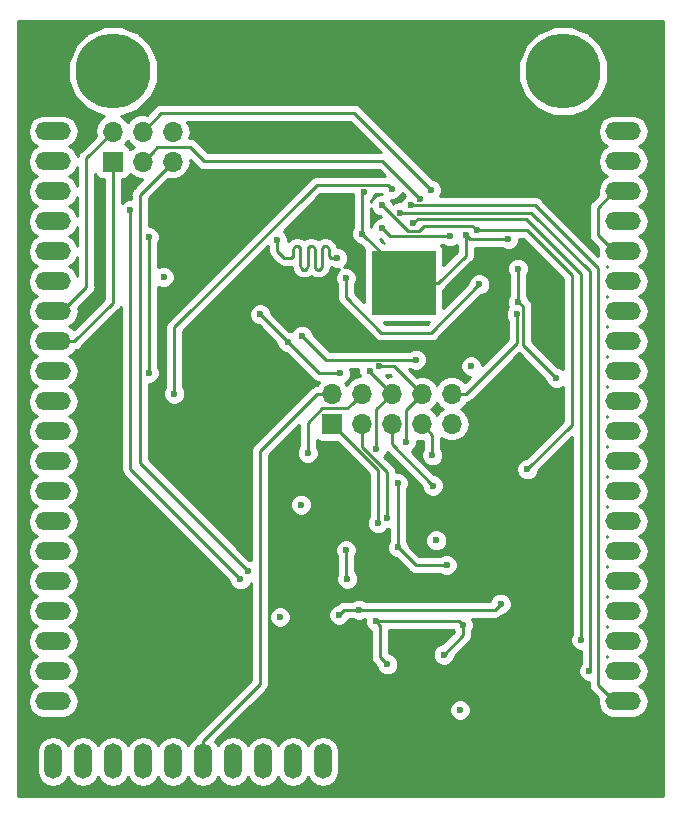
<source format=gbr>
%TF.GenerationSoftware,KiCad,Pcbnew,5.0.1*%
%TF.CreationDate,2019-03-18T19:51:21+00:00*%
%TF.ProjectId,cw308_fe310,63773330385F66653331302E6B696361,rev?*%
%TF.SameCoordinates,Original*%
%TF.FileFunction,Copper,L2,Bot,Signal*%
%TF.FilePolarity,Positive*%
%FSLAX46Y46*%
G04 Gerber Fmt 4.6, Leading zero omitted, Abs format (unit mm)*
G04 Created by KiCad (PCBNEW 5.0.1) date Mon 18 Mar 2019 07:51:21 PM UTC*
%MOMM*%
%LPD*%
G01*
G04 APERTURE LIST*
%ADD10C,6.350000*%
%ADD11O,2.997200X1.498600*%
%ADD12O,1.498600X2.997200*%
%ADD13R,5.400000X5.400000*%
%ADD14C,0.600000*%
%ADD15R,1.700000X1.700000*%
%ADD16O,1.700000X1.700000*%
%ADD17C,0.250000*%
%ADD18C,0.254000*%
G04 APERTURE END LIST*
D10*
X164858701Y-61950600D03*
X126758701Y-61950600D03*
D11*
X169938701Y-115290600D03*
X169938701Y-112750600D03*
X169938701Y-110210600D03*
X169938701Y-107670600D03*
X169938701Y-105130600D03*
X169938701Y-102590600D03*
X169938701Y-100050600D03*
X169938701Y-97510600D03*
X169938701Y-94970600D03*
X169938701Y-92430600D03*
X169938701Y-89890600D03*
X169938701Y-87350600D03*
X169938701Y-84810600D03*
X169938701Y-82270600D03*
X169938701Y-79730600D03*
X169938701Y-77190600D03*
X169938701Y-74650600D03*
X169938701Y-72110600D03*
X169938701Y-69570600D03*
X169938701Y-67030600D03*
D12*
X144538701Y-120370600D03*
X141998701Y-120370600D03*
X139458701Y-120370600D03*
X136918701Y-120370600D03*
X134378701Y-120370600D03*
X131838701Y-120370600D03*
X129298701Y-120370600D03*
X126758701Y-120370600D03*
X124218701Y-120370600D03*
X121678701Y-120370600D03*
D11*
X121678701Y-115290600D03*
X121678701Y-112750600D03*
X121678701Y-110210600D03*
X121678701Y-107670600D03*
X121678701Y-105130600D03*
X121678701Y-102590600D03*
X121678701Y-100050600D03*
X121678701Y-97510600D03*
X121678701Y-94970600D03*
X121678701Y-92430600D03*
X121678701Y-89890600D03*
X121678701Y-87350600D03*
X121678701Y-84810600D03*
X121678701Y-82270600D03*
X121678701Y-79730600D03*
X121678701Y-77190600D03*
X121678701Y-74650600D03*
X121678701Y-72110600D03*
X121678701Y-69570600D03*
X121678701Y-67030600D03*
D13*
X151358600Y-79857600D03*
D14*
X149891933Y-79124267D03*
X149891933Y-80590933D03*
X150625267Y-78390933D03*
X150625267Y-79124267D03*
X150625267Y-79857600D03*
X150625267Y-80590933D03*
X150625267Y-81324267D03*
X151358600Y-79124267D03*
X151358600Y-80590933D03*
X152091933Y-78390933D03*
X152091933Y-79124267D03*
X152091933Y-79857600D03*
X152091933Y-80590933D03*
X152091933Y-81324267D03*
X152825267Y-79124267D03*
X152825267Y-80590933D03*
D15*
X145262600Y-91805760D03*
D16*
X145262600Y-89265760D03*
X147802600Y-91805760D03*
X147802600Y-89265760D03*
X150342600Y-91805760D03*
X150342600Y-89265760D03*
X152882600Y-91805760D03*
X152882600Y-89265760D03*
X155422600Y-91805760D03*
X155422600Y-89265760D03*
D15*
X126720600Y-69596000D03*
D16*
X126720600Y-67056000D03*
X129260600Y-69596000D03*
X129260600Y-67056000D03*
X131800600Y-69596000D03*
X131800600Y-67056000D03*
D14*
X147828000Y-75692000D03*
X139212320Y-82524598D03*
X156616400Y-75819000D03*
X149504400Y-73286620D03*
X129811780Y-87508080D03*
X157581598Y-75412600D03*
X129794000Y-75996800D03*
X142748000Y-84328000D03*
X152400000Y-86360000D03*
X150342600Y-71882000D03*
X157756860Y-79992220D03*
X146484342Y-79443580D03*
X149529800Y-75234800D03*
X155295600Y-75920600D03*
X152171402Y-74829379D03*
X151030000Y-73910000D03*
X140639800Y-76230480D03*
X145750014Y-77750000D03*
X152000000Y-73300000D03*
X153670002Y-71983600D03*
X152755600Y-72745600D03*
X148991320Y-108493560D03*
X149981920Y-112158780D03*
X161053780Y-78663800D03*
X131053840Y-79367380D03*
X157065980Y-86906100D03*
X164294820Y-87919560D03*
X156377664Y-108826324D03*
X154762200Y-111333280D03*
X156138880Y-116039900D03*
X142679420Y-98643440D03*
X140888720Y-108163360D03*
X154119580Y-101673660D03*
X150850600Y-96824800D03*
X141528800Y-84841078D03*
X160223200Y-76139040D03*
X161053780Y-81447480D03*
X150873460Y-102260400D03*
X154995104Y-103763913D03*
X145994120Y-87480140D03*
X147975320Y-72189340D03*
X159572960Y-107035600D03*
X161828480Y-95651320D03*
X147574000Y-107548680D03*
X145889980Y-107983456D03*
X131932680Y-89242900D03*
X160927870Y-82532220D03*
X143228060Y-94251780D03*
X148470620Y-87287100D03*
X149047200Y-93949360D03*
X149232620Y-86923880D03*
X151546560Y-93345000D03*
X166390320Y-110098840D03*
X167083740Y-112717580D03*
X146468965Y-102491540D03*
X146585940Y-104927400D03*
X128191260Y-73731120D03*
X137546683Y-104976875D03*
X153789295Y-94452704D03*
X138158220Y-104267000D03*
X149984460Y-99755960D03*
X149169120Y-100215700D03*
X153827480Y-97022920D03*
D17*
X151358600Y-79222600D02*
X151358600Y-79857600D01*
X147828000Y-75692000D02*
X151358600Y-79222600D01*
X154308600Y-79857600D02*
X156616400Y-77549800D01*
X156616400Y-77549800D02*
X156616400Y-76384685D01*
X156616400Y-76384685D02*
X156616400Y-75819000D01*
X151358600Y-79857600D02*
X154308600Y-79857600D01*
X151692169Y-75474389D02*
X152632417Y-75474389D01*
X161803080Y-75412600D02*
X158147283Y-75412600D01*
X149504400Y-73286620D02*
X151692169Y-75474389D01*
X152632417Y-75474389D02*
X153094205Y-75012601D01*
X157181599Y-75012601D02*
X157581598Y-75412600D01*
X153094205Y-75012601D02*
X157181599Y-75012601D01*
X158147283Y-75412600D02*
X157581598Y-75412600D01*
X165573931Y-89905260D02*
X165573931Y-79183451D01*
X165573931Y-79183451D02*
X161803080Y-75412600D01*
X129811780Y-87508080D02*
X129811780Y-76014580D01*
X129811780Y-76014580D02*
X129794000Y-75996800D01*
X142748000Y-84328000D02*
X144780000Y-86360000D01*
X144780000Y-86360000D02*
X152400000Y-86360000D01*
X169189401Y-72110600D02*
X169938701Y-72110600D01*
X167800000Y-73500001D02*
X169189401Y-72110600D01*
X167800000Y-75801199D02*
X167800000Y-73500001D01*
X169938701Y-77190600D02*
X169189401Y-77190600D01*
X169189401Y-77190600D02*
X167800000Y-75801199D01*
X157756860Y-79992220D02*
X153680160Y-84068920D01*
X146484342Y-81074625D02*
X146484342Y-80009265D01*
X146484342Y-80009265D02*
X146484342Y-79443580D01*
X149478637Y-84068920D02*
X146484342Y-81074625D01*
X153680160Y-84068920D02*
X149478637Y-84068920D01*
X150215600Y-75920600D02*
X154871336Y-75920600D01*
X154871336Y-75920600D02*
X155295600Y-75920600D01*
X149529800Y-75234800D02*
X150215600Y-75920600D01*
X161746960Y-74429380D02*
X152571401Y-74429380D01*
X166397940Y-90368120D02*
X166397940Y-79080360D01*
X166397940Y-79080360D02*
X161746960Y-74429380D01*
X152571401Y-74429380D02*
X152171402Y-74829379D01*
X167100000Y-78852780D02*
X167100000Y-90641420D01*
X162161220Y-73914000D02*
X167100000Y-78852780D01*
X151030000Y-73910000D02*
X151771885Y-73914000D01*
X151771885Y-73914000D02*
X162161220Y-73914000D01*
X141250000Y-77750000D02*
X140639800Y-77139800D01*
X141725750Y-77750000D02*
X141250000Y-77750000D01*
X141792506Y-77742478D02*
X141725750Y-77750000D01*
X141855915Y-77720290D02*
X141792506Y-77742478D01*
X141960299Y-77637046D02*
X141912796Y-77684549D01*
X142018228Y-77516756D02*
X141996040Y-77580165D01*
X142025750Y-77450000D02*
X142018228Y-77516756D01*
X142033271Y-76990015D02*
X142025750Y-77056772D01*
X142055459Y-76926606D02*
X142033271Y-76990015D01*
X142091200Y-76869725D02*
X142055459Y-76926606D01*
X142138703Y-76822222D02*
X142091200Y-76869725D01*
X142195584Y-76786481D02*
X142138703Y-76822222D01*
X143995584Y-78713519D02*
X143938703Y-78677778D01*
X144996040Y-76926606D02*
X144960299Y-76869725D01*
X141912796Y-77684549D02*
X141855915Y-77720290D01*
X144058993Y-78735707D02*
X143995584Y-78713519D01*
X144125750Y-78743228D02*
X144058993Y-78735707D01*
X144192506Y-78735707D02*
X144125750Y-78743228D01*
X144255915Y-78713519D02*
X144192506Y-78735707D01*
X144312796Y-78677778D02*
X144255915Y-78713519D01*
X144396040Y-78573394D02*
X144360299Y-78630275D01*
X142455915Y-76786481D02*
X142392506Y-76764293D01*
X144418228Y-78509985D02*
X144396040Y-78573394D01*
X144425750Y-77056772D02*
X144425750Y-78443228D01*
X140639800Y-77139800D02*
X140639800Y-76230480D01*
X144455459Y-76926606D02*
X144433271Y-76990015D01*
X144725750Y-76756772D02*
X144658993Y-76764293D01*
X143225750Y-78443228D02*
X143218228Y-78509985D01*
X144538703Y-76822222D02*
X144491200Y-76869725D01*
X143225750Y-77056772D02*
X143225750Y-78443228D01*
X145091200Y-77637046D02*
X145055459Y-77580165D01*
X143938703Y-78677778D02*
X143891200Y-78630275D01*
X144491200Y-76869725D02*
X144455459Y-76926606D01*
X143291200Y-76869725D02*
X143255459Y-76926606D01*
X145750014Y-77750000D02*
X145325750Y-77750000D01*
X143255459Y-76926606D02*
X143233271Y-76990015D01*
X145033271Y-77516756D02*
X145025750Y-77450000D01*
X144855915Y-76786481D02*
X144792506Y-76764293D01*
X144360299Y-78630275D02*
X144312796Y-78677778D01*
X142025750Y-77056772D02*
X142025750Y-77450000D01*
X144433271Y-76990015D02*
X144425750Y-77056772D01*
X143712796Y-76822222D02*
X143655915Y-76786481D01*
X145018228Y-76990015D02*
X144996040Y-76926606D01*
X143825750Y-77056772D02*
X143818228Y-76990015D01*
X145195584Y-77720290D02*
X145138703Y-77684549D01*
X144425750Y-78443228D02*
X144418228Y-78509985D01*
X145138703Y-77684549D02*
X145091200Y-77637046D01*
X144658993Y-76764293D02*
X144595584Y-76786481D01*
X142795584Y-78713519D02*
X142738703Y-78677778D01*
X145325750Y-77750000D02*
X145258993Y-77742478D01*
X145055459Y-77580165D02*
X145033271Y-77516756D01*
X143655915Y-76786481D02*
X143592506Y-76764293D01*
X145025750Y-77056772D02*
X145018228Y-76990015D01*
X144595584Y-76786481D02*
X144538703Y-76822222D01*
X143891200Y-78630275D02*
X143855459Y-78573394D01*
X145258993Y-77742478D02*
X145195584Y-77720290D01*
X143458993Y-76764293D02*
X143395584Y-76786481D01*
X142655459Y-78573394D02*
X142633271Y-78509985D01*
X144960299Y-76869725D02*
X144912796Y-76822222D01*
X144792506Y-76764293D02*
X144725750Y-76756772D01*
X142625750Y-77056772D02*
X142618228Y-76990015D01*
X143855459Y-78573394D02*
X143833271Y-78509985D01*
X143833271Y-78509985D02*
X143825750Y-78443228D01*
X143825750Y-78443228D02*
X143825750Y-77056772D01*
X145025750Y-77450000D02*
X145025750Y-77056772D01*
X143818228Y-76990015D02*
X143796040Y-76926606D01*
X143760299Y-76869725D02*
X143712796Y-76822222D01*
X143796040Y-76926606D02*
X143760299Y-76869725D01*
X142325750Y-76756772D02*
X142258993Y-76764293D01*
X143592506Y-76764293D02*
X143525750Y-76756772D01*
X143525750Y-76756772D02*
X143458993Y-76764293D01*
X143395584Y-76786481D02*
X143338703Y-76822222D01*
X143338703Y-76822222D02*
X143291200Y-76869725D01*
X144912796Y-76822222D02*
X144855915Y-76786481D01*
X143233271Y-76990015D02*
X143225750Y-77056772D01*
X143218228Y-78509985D02*
X143196040Y-78573394D01*
X143196040Y-78573394D02*
X143160299Y-78630275D01*
X143160299Y-78630275D02*
X143112796Y-78677778D01*
X143112796Y-78677778D02*
X143055915Y-78713519D01*
X143055915Y-78713519D02*
X142992506Y-78735707D01*
X142992506Y-78735707D02*
X142925750Y-78743228D01*
X142925750Y-78743228D02*
X142858993Y-78735707D01*
X141996040Y-77580165D02*
X141960299Y-77637046D01*
X142858993Y-78735707D02*
X142795584Y-78713519D01*
X142738703Y-78677778D02*
X142691200Y-78630275D01*
X142691200Y-78630275D02*
X142655459Y-78573394D01*
X142633271Y-78509985D02*
X142625750Y-78443228D01*
X142625750Y-78443228D02*
X142625750Y-77056772D01*
X142596040Y-76926606D02*
X142560299Y-76869725D01*
X142512796Y-76822222D02*
X142455915Y-76786481D01*
X142560299Y-76869725D02*
X142512796Y-76822222D01*
X142392506Y-76764293D02*
X142325750Y-76756772D01*
X142618228Y-76990015D02*
X142596040Y-76926606D01*
X142258993Y-76764293D02*
X142195584Y-76786481D01*
X167800000Y-113901199D02*
X169189401Y-115290600D01*
X167800000Y-78600000D02*
X167800000Y-113901199D01*
X169189401Y-115290600D02*
X169938701Y-115290600D01*
X152000000Y-73300000D02*
X162500000Y-73300000D01*
X162500000Y-73300000D02*
X167800000Y-78600000D01*
X153270003Y-71583601D02*
X153670002Y-71983600D01*
X152349202Y-70662800D02*
X153270003Y-71583601D01*
X148991320Y-108493560D02*
X156044900Y-108493560D01*
X156077665Y-108526325D02*
X156377664Y-108826324D01*
X156044900Y-108493560D02*
X156077665Y-108526325D01*
X156377664Y-108826324D02*
X156377664Y-109717816D01*
X156377664Y-109717816D02*
X154762200Y-111333280D01*
X149291319Y-108793559D02*
X148991320Y-108493560D01*
X149341840Y-108844080D02*
X149291319Y-108793559D01*
X149981920Y-112158780D02*
X149341840Y-111518700D01*
X149341840Y-111518700D02*
X149341840Y-108844080D01*
X139212320Y-82524598D02*
X141528800Y-84841078D01*
X156616400Y-75819000D02*
X156936440Y-76139040D01*
X156936440Y-76139040D02*
X160223200Y-76139040D01*
X161053780Y-81365260D02*
X161053780Y-81447480D01*
X161053780Y-78663800D02*
X161053780Y-81447480D01*
X161472880Y-81866580D02*
X161053780Y-81447480D01*
X161472880Y-85097620D02*
X161472880Y-81866580D01*
X164294820Y-87919560D02*
X161472880Y-85097620D01*
X150850600Y-96824800D02*
X150850600Y-102237540D01*
X150850600Y-102237540D02*
X150873460Y-102260400D01*
X152376973Y-103763913D02*
X150873460Y-102260400D01*
X154995104Y-103763913D02*
X152376973Y-103763913D01*
X144167862Y-87480140D02*
X145569856Y-87480140D01*
X145569856Y-87480140D02*
X145994120Y-87480140D01*
X141528800Y-84841078D02*
X144167862Y-87480140D01*
X147828000Y-72336660D02*
X147975320Y-72189340D01*
X147828000Y-75692000D02*
X147828000Y-72336660D01*
X165573931Y-89905260D02*
X165573931Y-91905869D01*
X165573931Y-91905869D02*
X161828480Y-95651320D01*
X159572960Y-107035600D02*
X159059880Y-107548680D01*
X159059880Y-107548680D02*
X147998264Y-107548680D01*
X147998264Y-107548680D02*
X147574000Y-107548680D01*
X147574000Y-107548680D02*
X146324756Y-107548680D01*
X146324756Y-107548680D02*
X145889980Y-107983456D01*
X124503180Y-69273420D02*
X126720600Y-67056000D01*
X124503180Y-80195421D02*
X124503180Y-69273420D01*
X121678701Y-82270600D02*
X122428001Y-82270600D01*
X122428001Y-82270600D02*
X124503180Y-80195421D01*
X123482100Y-84810600D02*
X121678701Y-84810600D01*
X126720600Y-69596000D02*
X126720600Y-81579720D01*
X126716790Y-81575910D02*
X123482100Y-84810600D01*
X126720600Y-81579720D02*
X126716790Y-81575910D01*
X143995857Y-71582001D02*
X131932680Y-83645178D01*
X150042601Y-71582001D02*
X143995857Y-71582001D01*
X150342600Y-71882000D02*
X150042601Y-71582001D01*
X131932680Y-83645178D02*
X131932680Y-88818636D01*
X131932680Y-88818636D02*
X131932680Y-89242900D01*
X160927870Y-84962571D02*
X160927870Y-82956484D01*
X156624681Y-89265760D02*
X160927870Y-84962571D01*
X160927870Y-82956484D02*
X160927870Y-82532220D01*
X155422600Y-89265760D02*
X156624681Y-89265760D01*
X146952601Y-90115759D02*
X147802600Y-89265760D01*
X146565620Y-90502740D02*
X146952601Y-90115759D01*
X144424618Y-90502740D02*
X146565620Y-90502740D01*
X143228060Y-94251780D02*
X143228060Y-91699298D01*
X143228060Y-91699298D02*
X144424618Y-90502740D01*
X148470620Y-87393780D02*
X148470620Y-87287100D01*
X150342600Y-89265760D02*
X148470620Y-87393780D01*
X149047200Y-90561160D02*
X150342600Y-89265760D01*
X149047200Y-93949360D02*
X149047200Y-90561160D01*
X150540720Y-86923880D02*
X149232620Y-86923880D01*
X152882600Y-89265760D02*
X150540720Y-86923880D01*
X151546560Y-90601800D02*
X152882600Y-89265760D01*
X151546560Y-93345000D02*
X151546560Y-90601800D01*
X144060519Y-89265760D02*
X145262600Y-89265760D01*
X139186920Y-113813781D02*
X139186920Y-94139359D01*
X139186920Y-94139359D02*
X144060519Y-89265760D01*
X134378701Y-120370600D02*
X134378701Y-118622000D01*
X134378701Y-118622000D02*
X139186920Y-113813781D01*
X166397940Y-90368120D02*
X166397940Y-110091220D01*
X166397940Y-110091220D02*
X166390320Y-110098840D01*
X167100000Y-90641420D02*
X167100000Y-112701320D01*
X167100000Y-112701320D02*
X167083740Y-112717580D01*
X147157442Y-65471040D02*
X149600920Y-67914518D01*
X149186402Y-67500000D02*
X149600920Y-67914518D01*
X149600920Y-67914518D02*
X153670002Y-71983600D01*
X130845560Y-65471040D02*
X129260600Y-67056000D01*
X147157442Y-65471040D02*
X130845560Y-65471040D01*
X130517900Y-68338700D02*
X130110599Y-68746001D01*
X133248400Y-68338700D02*
X130517900Y-68338700D01*
X134462520Y-69552820D02*
X133248400Y-68338700D01*
X152755600Y-72745600D02*
X149562820Y-69552820D01*
X130110599Y-68746001D02*
X129260600Y-69596000D01*
X149562820Y-69552820D02*
X134462520Y-69552820D01*
X146468965Y-104810425D02*
X146585940Y-104927400D01*
X146468965Y-102491540D02*
X146468965Y-104810425D01*
X137146684Y-104576876D02*
X137546683Y-104976875D01*
X128191260Y-73731120D02*
X128191260Y-95621452D01*
X128191260Y-95621452D02*
X137146684Y-104576876D01*
X153789295Y-92712455D02*
X152882600Y-91805760D01*
X153789295Y-94452704D02*
X153789295Y-92712455D01*
X138158220Y-104267000D02*
X129001520Y-95110300D01*
X129001520Y-72395080D02*
X131800600Y-69596000D01*
X129001520Y-95110300D02*
X129001520Y-72395080D01*
X149984460Y-99755960D02*
X149984460Y-95915480D01*
X147802600Y-93733620D02*
X147802600Y-91805760D01*
X149984460Y-95915480D02*
X147802600Y-93733620D01*
X149169120Y-95712280D02*
X145262600Y-91805760D01*
X149169120Y-100215700D02*
X149169120Y-95712280D01*
X150342600Y-93538040D02*
X150342600Y-91805760D01*
X153827480Y-97022920D02*
X150342600Y-93538040D01*
D18*
G36*
X173315000Y-57932539D02*
X173315001Y-122932538D01*
X173315001Y-123315000D01*
X118685000Y-123315000D01*
X118685000Y-67030600D01*
X119517981Y-67030600D01*
X119625419Y-67570727D01*
X119931376Y-68028625D01*
X120338416Y-68300600D01*
X119931376Y-68572575D01*
X119625419Y-69030473D01*
X119517981Y-69570600D01*
X119625419Y-70110727D01*
X119931376Y-70568625D01*
X120338416Y-70840600D01*
X119931376Y-71112575D01*
X119625419Y-71570473D01*
X119517981Y-72110600D01*
X119625419Y-72650727D01*
X119931376Y-73108625D01*
X120338416Y-73380600D01*
X119931376Y-73652575D01*
X119625419Y-74110473D01*
X119517981Y-74650600D01*
X119625419Y-75190727D01*
X119931376Y-75648625D01*
X120338416Y-75920600D01*
X119931376Y-76192575D01*
X119625419Y-76650473D01*
X119517981Y-77190600D01*
X119625419Y-77730727D01*
X119931376Y-78188625D01*
X120338416Y-78460600D01*
X119931376Y-78732575D01*
X119625419Y-79190473D01*
X119517981Y-79730600D01*
X119625419Y-80270727D01*
X119931376Y-80728625D01*
X120338416Y-81000600D01*
X119931376Y-81272575D01*
X119625419Y-81730473D01*
X119517981Y-82270600D01*
X119625419Y-82810727D01*
X119931376Y-83268625D01*
X120338416Y-83540600D01*
X119931376Y-83812575D01*
X119625419Y-84270473D01*
X119517981Y-84810600D01*
X119625419Y-85350727D01*
X119931376Y-85808625D01*
X120338416Y-86080600D01*
X119931376Y-86352575D01*
X119625419Y-86810473D01*
X119517981Y-87350600D01*
X119625419Y-87890727D01*
X119931376Y-88348625D01*
X120338416Y-88620600D01*
X119931376Y-88892575D01*
X119625419Y-89350473D01*
X119517981Y-89890600D01*
X119625419Y-90430727D01*
X119931376Y-90888625D01*
X120338416Y-91160600D01*
X119931376Y-91432575D01*
X119625419Y-91890473D01*
X119517981Y-92430600D01*
X119625419Y-92970727D01*
X119931376Y-93428625D01*
X120338416Y-93700600D01*
X119931376Y-93972575D01*
X119625419Y-94430473D01*
X119517981Y-94970600D01*
X119625419Y-95510727D01*
X119931376Y-95968625D01*
X120338416Y-96240600D01*
X119931376Y-96512575D01*
X119625419Y-96970473D01*
X119517981Y-97510600D01*
X119625419Y-98050727D01*
X119931376Y-98508625D01*
X120338416Y-98780600D01*
X119931376Y-99052575D01*
X119625419Y-99510473D01*
X119517981Y-100050600D01*
X119625419Y-100590727D01*
X119931376Y-101048625D01*
X120338416Y-101320600D01*
X119931376Y-101592575D01*
X119625419Y-102050473D01*
X119517981Y-102590600D01*
X119625419Y-103130727D01*
X119931376Y-103588625D01*
X120338416Y-103860600D01*
X119931376Y-104132575D01*
X119625419Y-104590473D01*
X119517981Y-105130600D01*
X119625419Y-105670727D01*
X119931376Y-106128625D01*
X120338416Y-106400600D01*
X119931376Y-106672575D01*
X119625419Y-107130473D01*
X119517981Y-107670600D01*
X119625419Y-108210727D01*
X119931376Y-108668625D01*
X120338416Y-108940600D01*
X119931376Y-109212575D01*
X119625419Y-109670473D01*
X119517981Y-110210600D01*
X119625419Y-110750727D01*
X119931376Y-111208625D01*
X120338416Y-111480600D01*
X119931376Y-111752575D01*
X119625419Y-112210473D01*
X119517981Y-112750600D01*
X119625419Y-113290727D01*
X119931376Y-113748625D01*
X120338416Y-114020600D01*
X119931376Y-114292575D01*
X119625419Y-114750473D01*
X119517981Y-115290600D01*
X119625419Y-115830727D01*
X119931376Y-116288625D01*
X120389274Y-116594582D01*
X120793060Y-116674900D01*
X122564342Y-116674900D01*
X122968128Y-116594582D01*
X123426026Y-116288625D01*
X123731983Y-115830727D01*
X123839421Y-115290600D01*
X123731983Y-114750473D01*
X123426026Y-114292575D01*
X123018986Y-114020600D01*
X123426026Y-113748625D01*
X123731983Y-113290727D01*
X123839421Y-112750600D01*
X123731983Y-112210473D01*
X123426026Y-111752575D01*
X123018986Y-111480600D01*
X123426026Y-111208625D01*
X123731983Y-110750727D01*
X123839421Y-110210600D01*
X123731983Y-109670473D01*
X123426026Y-109212575D01*
X123018986Y-108940600D01*
X123426026Y-108668625D01*
X123731983Y-108210727D01*
X123839421Y-107670600D01*
X123731983Y-107130473D01*
X123426026Y-106672575D01*
X123018986Y-106400600D01*
X123426026Y-106128625D01*
X123731983Y-105670727D01*
X123839421Y-105130600D01*
X123731983Y-104590473D01*
X123426026Y-104132575D01*
X123018986Y-103860600D01*
X123426026Y-103588625D01*
X123731983Y-103130727D01*
X123839421Y-102590600D01*
X123731983Y-102050473D01*
X123426026Y-101592575D01*
X123018986Y-101320600D01*
X123426026Y-101048625D01*
X123731983Y-100590727D01*
X123839421Y-100050600D01*
X123731983Y-99510473D01*
X123426026Y-99052575D01*
X123018986Y-98780600D01*
X123426026Y-98508625D01*
X123731983Y-98050727D01*
X123839421Y-97510600D01*
X123731983Y-96970473D01*
X123426026Y-96512575D01*
X123018986Y-96240600D01*
X123426026Y-95968625D01*
X123731983Y-95510727D01*
X123839421Y-94970600D01*
X123731983Y-94430473D01*
X123426026Y-93972575D01*
X123018986Y-93700600D01*
X123426026Y-93428625D01*
X123731983Y-92970727D01*
X123839421Y-92430600D01*
X123731983Y-91890473D01*
X123426026Y-91432575D01*
X123018986Y-91160600D01*
X123426026Y-90888625D01*
X123731983Y-90430727D01*
X123839421Y-89890600D01*
X123731983Y-89350473D01*
X123426026Y-88892575D01*
X123018986Y-88620600D01*
X123426026Y-88348625D01*
X123731983Y-87890727D01*
X123839421Y-87350600D01*
X123731983Y-86810473D01*
X123426026Y-86352575D01*
X123018986Y-86080600D01*
X123426026Y-85808625D01*
X123589379Y-85564150D01*
X123778637Y-85526504D01*
X124030029Y-85358529D01*
X124072431Y-85295070D01*
X127182112Y-82185391D01*
X127268529Y-82127649D01*
X127431260Y-81884105D01*
X127431261Y-95546600D01*
X127416372Y-95621452D01*
X127475357Y-95917989D01*
X127563505Y-96049911D01*
X127643332Y-96169381D01*
X127706788Y-96211781D01*
X136611683Y-105116677D01*
X136611683Y-105162858D01*
X136754028Y-105506510D01*
X137017048Y-105769530D01*
X137360700Y-105911875D01*
X137732666Y-105911875D01*
X138076318Y-105769530D01*
X138339338Y-105506510D01*
X138426920Y-105295067D01*
X138426920Y-113498979D01*
X133894229Y-118031671D01*
X133830773Y-118074071D01*
X133788373Y-118137527D01*
X133788372Y-118137528D01*
X133662798Y-118325463D01*
X133637723Y-118451523D01*
X133380677Y-118623275D01*
X133108702Y-119030316D01*
X132836726Y-118623275D01*
X132378828Y-118317318D01*
X131838701Y-118209880D01*
X131298575Y-118317318D01*
X130840677Y-118623275D01*
X130568702Y-119030316D01*
X130296726Y-118623275D01*
X129838828Y-118317318D01*
X129298701Y-118209880D01*
X128758575Y-118317318D01*
X128300677Y-118623275D01*
X128028702Y-119030316D01*
X127756726Y-118623275D01*
X127298828Y-118317318D01*
X126758701Y-118209880D01*
X126218575Y-118317318D01*
X125760677Y-118623275D01*
X125488702Y-119030316D01*
X125216726Y-118623275D01*
X124758828Y-118317318D01*
X124218701Y-118209880D01*
X123678575Y-118317318D01*
X123220677Y-118623275D01*
X122948702Y-119030316D01*
X122676726Y-118623275D01*
X122218828Y-118317318D01*
X121678701Y-118209880D01*
X121138575Y-118317318D01*
X120680677Y-118623275D01*
X120374720Y-119081173D01*
X120294401Y-119484959D01*
X120294401Y-121256240D01*
X120374719Y-121660026D01*
X120680676Y-122117924D01*
X121138574Y-122423882D01*
X121678701Y-122531320D01*
X122218827Y-122423882D01*
X122676725Y-122117925D01*
X122948701Y-121710884D01*
X123220676Y-122117924D01*
X123678574Y-122423882D01*
X124218701Y-122531320D01*
X124758827Y-122423882D01*
X125216725Y-122117925D01*
X125488701Y-121710884D01*
X125760676Y-122117924D01*
X126218574Y-122423882D01*
X126758701Y-122531320D01*
X127298827Y-122423882D01*
X127756725Y-122117925D01*
X128028701Y-121710884D01*
X128300676Y-122117924D01*
X128758574Y-122423882D01*
X129298701Y-122531320D01*
X129838827Y-122423882D01*
X130296725Y-122117925D01*
X130568701Y-121710884D01*
X130840676Y-122117924D01*
X131298574Y-122423882D01*
X131838701Y-122531320D01*
X132378827Y-122423882D01*
X132836725Y-122117925D01*
X133108701Y-121710884D01*
X133380676Y-122117924D01*
X133838574Y-122423882D01*
X134378701Y-122531320D01*
X134918827Y-122423882D01*
X135376725Y-122117925D01*
X135648701Y-121710884D01*
X135920676Y-122117924D01*
X136378574Y-122423882D01*
X136918701Y-122531320D01*
X137458827Y-122423882D01*
X137916725Y-122117925D01*
X138188701Y-121710884D01*
X138460676Y-122117924D01*
X138918574Y-122423882D01*
X139458701Y-122531320D01*
X139998827Y-122423882D01*
X140456725Y-122117925D01*
X140728701Y-121710884D01*
X141000676Y-122117924D01*
X141458574Y-122423882D01*
X141998701Y-122531320D01*
X142538827Y-122423882D01*
X142996725Y-122117925D01*
X143268701Y-121710884D01*
X143540676Y-122117924D01*
X143998574Y-122423882D01*
X144538701Y-122531320D01*
X145078827Y-122423882D01*
X145536725Y-122117925D01*
X145842683Y-121660027D01*
X145923001Y-121256241D01*
X145923001Y-119484959D01*
X145842683Y-119081173D01*
X145536726Y-118623275D01*
X145078828Y-118317318D01*
X144538701Y-118209880D01*
X143998575Y-118317318D01*
X143540677Y-118623275D01*
X143268702Y-119030316D01*
X142996726Y-118623275D01*
X142538828Y-118317318D01*
X141998701Y-118209880D01*
X141458575Y-118317318D01*
X141000677Y-118623275D01*
X140728702Y-119030316D01*
X140456726Y-118623275D01*
X139998828Y-118317318D01*
X139458701Y-118209880D01*
X138918575Y-118317318D01*
X138460677Y-118623275D01*
X138188702Y-119030316D01*
X137916726Y-118623275D01*
X137458828Y-118317318D01*
X136918701Y-118209880D01*
X136378575Y-118317318D01*
X135920677Y-118623275D01*
X135648702Y-119030316D01*
X135406967Y-118668535D01*
X138221585Y-115853917D01*
X155203880Y-115853917D01*
X155203880Y-116225883D01*
X155346225Y-116569535D01*
X155609245Y-116832555D01*
X155952897Y-116974900D01*
X156324863Y-116974900D01*
X156668515Y-116832555D01*
X156931535Y-116569535D01*
X157073880Y-116225883D01*
X157073880Y-115853917D01*
X156931535Y-115510265D01*
X156668515Y-115247245D01*
X156324863Y-115104900D01*
X155952897Y-115104900D01*
X155609245Y-115247245D01*
X155346225Y-115510265D01*
X155203880Y-115853917D01*
X138221585Y-115853917D01*
X139671393Y-114404110D01*
X139734849Y-114361710D01*
X139902824Y-114110318D01*
X139946920Y-113888633D01*
X139946920Y-113888629D01*
X139961808Y-113813781D01*
X139946920Y-113738933D01*
X139946920Y-107977377D01*
X139953720Y-107977377D01*
X139953720Y-108349343D01*
X140096065Y-108692995D01*
X140359085Y-108956015D01*
X140702737Y-109098360D01*
X141074703Y-109098360D01*
X141418355Y-108956015D01*
X141681375Y-108692995D01*
X141823720Y-108349343D01*
X141823720Y-107977377D01*
X141749202Y-107797473D01*
X144954980Y-107797473D01*
X144954980Y-108169439D01*
X145097325Y-108513091D01*
X145360345Y-108776111D01*
X145703997Y-108918456D01*
X146075963Y-108918456D01*
X146419615Y-108776111D01*
X146682635Y-108513091D01*
X146767305Y-108308680D01*
X147011710Y-108308680D01*
X147044365Y-108341335D01*
X147388017Y-108483680D01*
X147759983Y-108483680D01*
X148056320Y-108360933D01*
X148056320Y-108679543D01*
X148198665Y-109023195D01*
X148461685Y-109286215D01*
X148581841Y-109335985D01*
X148581840Y-111443853D01*
X148566952Y-111518700D01*
X148581840Y-111593547D01*
X148581840Y-111593551D01*
X148625936Y-111815236D01*
X148793911Y-112066629D01*
X148857370Y-112109031D01*
X149046920Y-112298581D01*
X149046920Y-112344763D01*
X149189265Y-112688415D01*
X149452285Y-112951435D01*
X149795937Y-113093780D01*
X150167903Y-113093780D01*
X150511555Y-112951435D01*
X150774575Y-112688415D01*
X150916920Y-112344763D01*
X150916920Y-111972797D01*
X150774575Y-111629145D01*
X150511555Y-111366125D01*
X150167903Y-111223780D01*
X150121721Y-111223780D01*
X150101840Y-111203899D01*
X150101840Y-109253560D01*
X155542594Y-109253560D01*
X155585009Y-109355959D01*
X155617665Y-109388615D01*
X155617665Y-109403014D01*
X154622399Y-110398280D01*
X154576217Y-110398280D01*
X154232565Y-110540625D01*
X153969545Y-110803645D01*
X153827200Y-111147297D01*
X153827200Y-111519263D01*
X153969545Y-111862915D01*
X154232565Y-112125935D01*
X154576217Y-112268280D01*
X154948183Y-112268280D01*
X155291835Y-112125935D01*
X155554855Y-111862915D01*
X155697200Y-111519263D01*
X155697200Y-111473081D01*
X156862137Y-110308145D01*
X156925593Y-110265745D01*
X157093568Y-110014353D01*
X157137664Y-109792668D01*
X157137664Y-109792664D01*
X157152552Y-109717817D01*
X157137664Y-109642970D01*
X157137664Y-109388614D01*
X157170319Y-109355959D01*
X157312664Y-109012307D01*
X157312664Y-108640341D01*
X157175286Y-108308680D01*
X158985033Y-108308680D01*
X159059880Y-108323568D01*
X159134727Y-108308680D01*
X159134732Y-108308680D01*
X159356417Y-108264584D01*
X159607809Y-108096609D01*
X159650211Y-108033150D01*
X159712761Y-107970600D01*
X159758943Y-107970600D01*
X160102595Y-107828255D01*
X160365615Y-107565235D01*
X160507960Y-107221583D01*
X160507960Y-106849617D01*
X160365615Y-106505965D01*
X160102595Y-106242945D01*
X159758943Y-106100600D01*
X159386977Y-106100600D01*
X159043325Y-106242945D01*
X158780305Y-106505965D01*
X158663201Y-106788680D01*
X148136290Y-106788680D01*
X148103635Y-106756025D01*
X147759983Y-106613680D01*
X147388017Y-106613680D01*
X147044365Y-106756025D01*
X147011710Y-106788680D01*
X146399602Y-106788680D01*
X146324755Y-106773792D01*
X146249908Y-106788680D01*
X146249904Y-106788680D01*
X146028219Y-106832776D01*
X145776827Y-107000751D01*
X145744951Y-107048456D01*
X145703997Y-107048456D01*
X145360345Y-107190801D01*
X145097325Y-107453821D01*
X144954980Y-107797473D01*
X141749202Y-107797473D01*
X141681375Y-107633725D01*
X141418355Y-107370705D01*
X141074703Y-107228360D01*
X140702737Y-107228360D01*
X140359085Y-107370705D01*
X140096065Y-107633725D01*
X139953720Y-107977377D01*
X139946920Y-107977377D01*
X139946920Y-102305557D01*
X145533965Y-102305557D01*
X145533965Y-102677523D01*
X145676310Y-103021175D01*
X145708965Y-103053830D01*
X145708966Y-104601330D01*
X145650940Y-104741417D01*
X145650940Y-105113383D01*
X145793285Y-105457035D01*
X146056305Y-105720055D01*
X146399957Y-105862400D01*
X146771923Y-105862400D01*
X147115575Y-105720055D01*
X147378595Y-105457035D01*
X147520940Y-105113383D01*
X147520940Y-104741417D01*
X147378595Y-104397765D01*
X147228965Y-104248135D01*
X147228965Y-103053830D01*
X147261620Y-103021175D01*
X147403965Y-102677523D01*
X147403965Y-102305557D01*
X147261620Y-101961905D01*
X146998600Y-101698885D01*
X146654948Y-101556540D01*
X146282982Y-101556540D01*
X145939330Y-101698885D01*
X145676310Y-101961905D01*
X145533965Y-102305557D01*
X139946920Y-102305557D01*
X139946920Y-98457457D01*
X141744420Y-98457457D01*
X141744420Y-98829423D01*
X141886765Y-99173075D01*
X142149785Y-99436095D01*
X142493437Y-99578440D01*
X142865403Y-99578440D01*
X143209055Y-99436095D01*
X143472075Y-99173075D01*
X143614420Y-98829423D01*
X143614420Y-98457457D01*
X143472075Y-98113805D01*
X143209055Y-97850785D01*
X142865403Y-97708440D01*
X142493437Y-97708440D01*
X142149785Y-97850785D01*
X141886765Y-98113805D01*
X141744420Y-98457457D01*
X139946920Y-98457457D01*
X139946920Y-94454160D01*
X142468061Y-91933020D01*
X142468060Y-93689490D01*
X142435405Y-93722145D01*
X142293060Y-94065797D01*
X142293060Y-94437763D01*
X142435405Y-94781415D01*
X142698425Y-95044435D01*
X143042077Y-95186780D01*
X143414043Y-95186780D01*
X143757695Y-95044435D01*
X144020715Y-94781415D01*
X144163060Y-94437763D01*
X144163060Y-94065797D01*
X144020715Y-93722145D01*
X143988060Y-93689490D01*
X143988060Y-93135799D01*
X144164835Y-93253917D01*
X144412600Y-93303200D01*
X145685239Y-93303200D01*
X148409121Y-96027083D01*
X148409120Y-99653410D01*
X148376465Y-99686065D01*
X148234120Y-100029717D01*
X148234120Y-100401683D01*
X148376465Y-100745335D01*
X148639485Y-101008355D01*
X148983137Y-101150700D01*
X149355103Y-101150700D01*
X149698755Y-101008355D01*
X149961775Y-100745335D01*
X149984298Y-100690960D01*
X150090601Y-100690960D01*
X150090601Y-101720969D01*
X150080805Y-101730765D01*
X149938460Y-102074417D01*
X149938460Y-102446383D01*
X150080805Y-102790035D01*
X150343825Y-103053055D01*
X150687477Y-103195400D01*
X150733658Y-103195400D01*
X151786646Y-104248389D01*
X151829044Y-104311842D01*
X151892497Y-104354240D01*
X151892499Y-104354242D01*
X152017875Y-104438015D01*
X152080436Y-104479817D01*
X152302121Y-104523913D01*
X152302125Y-104523913D01*
X152376972Y-104538801D01*
X152451819Y-104523913D01*
X154432814Y-104523913D01*
X154465469Y-104556568D01*
X154809121Y-104698913D01*
X155181087Y-104698913D01*
X155524739Y-104556568D01*
X155787759Y-104293548D01*
X155930104Y-103949896D01*
X155930104Y-103577930D01*
X155787759Y-103234278D01*
X155524739Y-102971258D01*
X155181087Y-102828913D01*
X154809121Y-102828913D01*
X154465469Y-102971258D01*
X154432814Y-103003913D01*
X152691776Y-103003913D01*
X151808460Y-102120598D01*
X151808460Y-102074417D01*
X151666115Y-101730765D01*
X151610600Y-101675250D01*
X151610600Y-101487677D01*
X153184580Y-101487677D01*
X153184580Y-101859643D01*
X153326925Y-102203295D01*
X153589945Y-102466315D01*
X153933597Y-102608660D01*
X154305563Y-102608660D01*
X154649215Y-102466315D01*
X154912235Y-102203295D01*
X155054580Y-101859643D01*
X155054580Y-101487677D01*
X154912235Y-101144025D01*
X154649215Y-100881005D01*
X154305563Y-100738660D01*
X153933597Y-100738660D01*
X153589945Y-100881005D01*
X153326925Y-101144025D01*
X153184580Y-101487677D01*
X151610600Y-101487677D01*
X151610600Y-97387090D01*
X151643255Y-97354435D01*
X151785600Y-97010783D01*
X151785600Y-96638817D01*
X151643255Y-96295165D01*
X151380235Y-96032145D01*
X151036583Y-95889800D01*
X150754240Y-95889800D01*
X150744460Y-95840632D01*
X150744460Y-95840628D01*
X150700364Y-95618943D01*
X150532389Y-95367551D01*
X150468933Y-95325151D01*
X149731316Y-94587534D01*
X149839855Y-94478995D01*
X149947903Y-94218144D01*
X152892480Y-97162722D01*
X152892480Y-97208903D01*
X153034825Y-97552555D01*
X153297845Y-97815575D01*
X153641497Y-97957920D01*
X154013463Y-97957920D01*
X154357115Y-97815575D01*
X154620135Y-97552555D01*
X154762480Y-97208903D01*
X154762480Y-96836937D01*
X154620135Y-96493285D01*
X154357115Y-96230265D01*
X154013463Y-96087920D01*
X153967282Y-96087920D01*
X152034349Y-94154988D01*
X152076195Y-94137655D01*
X152339215Y-93874635D01*
X152481560Y-93530983D01*
X152481560Y-93240080D01*
X152736344Y-93290760D01*
X153028856Y-93290760D01*
X153029296Y-93290673D01*
X153029295Y-93890414D01*
X152996640Y-93923069D01*
X152854295Y-94266721D01*
X152854295Y-94638687D01*
X152996640Y-94982339D01*
X153259660Y-95245359D01*
X153603312Y-95387704D01*
X153975278Y-95387704D01*
X154318930Y-95245359D01*
X154581950Y-94982339D01*
X154724295Y-94638687D01*
X154724295Y-94266721D01*
X154581950Y-93923069D01*
X154549295Y-93890414D01*
X154549295Y-93008230D01*
X154843182Y-93204599D01*
X155276344Y-93290760D01*
X155568856Y-93290760D01*
X156002018Y-93204599D01*
X156493225Y-92876385D01*
X156821439Y-92385178D01*
X156936692Y-91805760D01*
X156821439Y-91226342D01*
X156493225Y-90735135D01*
X156194839Y-90535760D01*
X156493225Y-90336385D01*
X156700969Y-90025474D01*
X156921218Y-89981664D01*
X157172610Y-89813689D01*
X157215012Y-89750230D01*
X161132851Y-85832392D01*
X163359820Y-88059362D01*
X163359820Y-88105543D01*
X163502165Y-88449195D01*
X163765185Y-88712215D01*
X164108837Y-88854560D01*
X164480803Y-88854560D01*
X164813931Y-88716574D01*
X164813931Y-89830409D01*
X164813932Y-91591066D01*
X161688679Y-94716320D01*
X161642497Y-94716320D01*
X161298845Y-94858665D01*
X161035825Y-95121685D01*
X160893480Y-95465337D01*
X160893480Y-95837303D01*
X161035825Y-96180955D01*
X161298845Y-96443975D01*
X161642497Y-96586320D01*
X162014463Y-96586320D01*
X162358115Y-96443975D01*
X162621135Y-96180955D01*
X162763480Y-95837303D01*
X162763480Y-95791121D01*
X165637940Y-92916662D01*
X165637941Y-109528929D01*
X165597665Y-109569205D01*
X165455320Y-109912857D01*
X165455320Y-110284823D01*
X165597665Y-110628475D01*
X165860685Y-110891495D01*
X166204337Y-111033840D01*
X166340001Y-111033840D01*
X166340001Y-112139029D01*
X166291085Y-112187945D01*
X166148740Y-112531597D01*
X166148740Y-112903563D01*
X166291085Y-113247215D01*
X166554105Y-113510235D01*
X166897757Y-113652580D01*
X167040001Y-113652580D01*
X167040001Y-113826347D01*
X167025112Y-113901199D01*
X167040001Y-113976051D01*
X167084097Y-114197736D01*
X167252072Y-114449128D01*
X167315528Y-114491528D01*
X167833830Y-115009830D01*
X167777981Y-115290600D01*
X167885419Y-115830727D01*
X168191376Y-116288625D01*
X168649274Y-116594582D01*
X169053060Y-116674900D01*
X170824342Y-116674900D01*
X171228128Y-116594582D01*
X171686026Y-116288625D01*
X171991983Y-115830727D01*
X172099421Y-115290600D01*
X171991983Y-114750473D01*
X171686026Y-114292575D01*
X171278986Y-114020600D01*
X171686026Y-113748625D01*
X171991983Y-113290727D01*
X172099421Y-112750600D01*
X171991983Y-112210473D01*
X171686026Y-111752575D01*
X171278986Y-111480600D01*
X171686026Y-111208625D01*
X171991983Y-110750727D01*
X172099421Y-110210600D01*
X171991983Y-109670473D01*
X171686026Y-109212575D01*
X171278986Y-108940600D01*
X171686026Y-108668625D01*
X171991983Y-108210727D01*
X172099421Y-107670600D01*
X171991983Y-107130473D01*
X171686026Y-106672575D01*
X171278986Y-106400600D01*
X171686026Y-106128625D01*
X171991983Y-105670727D01*
X172099421Y-105130600D01*
X171991983Y-104590473D01*
X171686026Y-104132575D01*
X171278986Y-103860600D01*
X171686026Y-103588625D01*
X171991983Y-103130727D01*
X172099421Y-102590600D01*
X171991983Y-102050473D01*
X171686026Y-101592575D01*
X171278986Y-101320600D01*
X171686026Y-101048625D01*
X171991983Y-100590727D01*
X172099421Y-100050600D01*
X171991983Y-99510473D01*
X171686026Y-99052575D01*
X171278986Y-98780600D01*
X171686026Y-98508625D01*
X171991983Y-98050727D01*
X172099421Y-97510600D01*
X171991983Y-96970473D01*
X171686026Y-96512575D01*
X171278986Y-96240600D01*
X171686026Y-95968625D01*
X171991983Y-95510727D01*
X172099421Y-94970600D01*
X171991983Y-94430473D01*
X171686026Y-93972575D01*
X171278986Y-93700600D01*
X171686026Y-93428625D01*
X171991983Y-92970727D01*
X172099421Y-92430600D01*
X171991983Y-91890473D01*
X171686026Y-91432575D01*
X171278986Y-91160600D01*
X171686026Y-90888625D01*
X171991983Y-90430727D01*
X172099421Y-89890600D01*
X171991983Y-89350473D01*
X171686026Y-88892575D01*
X171278986Y-88620600D01*
X171686026Y-88348625D01*
X171991983Y-87890727D01*
X172099421Y-87350600D01*
X171991983Y-86810473D01*
X171686026Y-86352575D01*
X171278986Y-86080600D01*
X171686026Y-85808625D01*
X171991983Y-85350727D01*
X172099421Y-84810600D01*
X171991983Y-84270473D01*
X171686026Y-83812575D01*
X171278986Y-83540600D01*
X171686026Y-83268625D01*
X171991983Y-82810727D01*
X172099421Y-82270600D01*
X171991983Y-81730473D01*
X171686026Y-81272575D01*
X171278986Y-81000600D01*
X171686026Y-80728625D01*
X171991983Y-80270727D01*
X172099421Y-79730600D01*
X171991983Y-79190473D01*
X171686026Y-78732575D01*
X171278986Y-78460600D01*
X171686026Y-78188625D01*
X171991983Y-77730727D01*
X172099421Y-77190600D01*
X171991983Y-76650473D01*
X171686026Y-76192575D01*
X171278986Y-75920600D01*
X171686026Y-75648625D01*
X171991983Y-75190727D01*
X172099421Y-74650600D01*
X171991983Y-74110473D01*
X171686026Y-73652575D01*
X171278986Y-73380600D01*
X171686026Y-73108625D01*
X171991983Y-72650727D01*
X172099421Y-72110600D01*
X171991983Y-71570473D01*
X171686026Y-71112575D01*
X171278986Y-70840600D01*
X171686026Y-70568625D01*
X171991983Y-70110727D01*
X172099421Y-69570600D01*
X171991983Y-69030473D01*
X171686026Y-68572575D01*
X171278986Y-68300600D01*
X171686026Y-68028625D01*
X171991983Y-67570727D01*
X172099421Y-67030600D01*
X171991983Y-66490473D01*
X171686026Y-66032575D01*
X171228128Y-65726618D01*
X170824342Y-65646300D01*
X169053060Y-65646300D01*
X168649274Y-65726618D01*
X168191376Y-66032575D01*
X167885419Y-66490473D01*
X167777981Y-67030600D01*
X167885419Y-67570727D01*
X168191376Y-68028625D01*
X168598416Y-68300600D01*
X168191376Y-68572575D01*
X167885419Y-69030473D01*
X167777981Y-69570600D01*
X167885419Y-70110727D01*
X168191376Y-70568625D01*
X168598416Y-70840600D01*
X168191376Y-71112575D01*
X167885419Y-71570473D01*
X167777981Y-72110600D01*
X167833830Y-72391370D01*
X167315528Y-72909672D01*
X167252072Y-72952072D01*
X167209672Y-73015528D01*
X167209671Y-73015529D01*
X167084097Y-73203464D01*
X167025112Y-73500001D01*
X167040001Y-73574853D01*
X167040000Y-75726352D01*
X167025112Y-75801199D01*
X167040000Y-75876046D01*
X167040000Y-75876050D01*
X167084096Y-76097735D01*
X167252071Y-76349128D01*
X167315530Y-76391530D01*
X167833830Y-76909830D01*
X167777981Y-77190600D01*
X167855595Y-77580793D01*
X163090331Y-72815530D01*
X163047929Y-72752071D01*
X162796537Y-72584096D01*
X162574852Y-72540000D01*
X162574847Y-72540000D01*
X162500000Y-72525112D01*
X162425153Y-72540000D01*
X154435892Y-72540000D01*
X154462657Y-72513235D01*
X154605002Y-72169583D01*
X154605002Y-71797617D01*
X154462657Y-71453965D01*
X154199637Y-71190945D01*
X153855985Y-71048600D01*
X153809804Y-71048600D01*
X150191251Y-67430048D01*
X150191249Y-67430045D01*
X147747773Y-64986570D01*
X147705371Y-64923111D01*
X147453979Y-64755136D01*
X147232294Y-64711040D01*
X147232289Y-64711040D01*
X147157442Y-64696152D01*
X147082595Y-64711040D01*
X130920407Y-64711040D01*
X130845560Y-64696152D01*
X130770713Y-64711040D01*
X130770708Y-64711040D01*
X130549023Y-64755136D01*
X130297631Y-64923111D01*
X130255231Y-64986567D01*
X129627008Y-65614791D01*
X129406856Y-65571000D01*
X129114344Y-65571000D01*
X128681182Y-65657161D01*
X128189975Y-65985375D01*
X127990600Y-66283761D01*
X127791225Y-65985375D01*
X127461864Y-65765303D01*
X127491504Y-65765498D01*
X127503552Y-65760600D01*
X127516557Y-65760600D01*
X128205157Y-65475373D01*
X128895621Y-65194674D01*
X128916495Y-65180726D01*
X128916892Y-65180562D01*
X128917196Y-65180258D01*
X128938071Y-65166310D01*
X128957621Y-65139833D01*
X129947934Y-64149520D01*
X129974411Y-64129970D01*
X129979467Y-64117987D01*
X129988663Y-64108791D01*
X130273909Y-63420146D01*
X130563638Y-62733476D01*
X130563723Y-62720473D01*
X130568701Y-62708456D01*
X130568701Y-62683403D01*
X161043803Y-62683403D01*
X161048701Y-62695451D01*
X161048701Y-62708456D01*
X161333928Y-63397056D01*
X161614627Y-64087520D01*
X161628575Y-64108394D01*
X161628739Y-64108791D01*
X161629043Y-64109095D01*
X161642991Y-64129970D01*
X161669468Y-64149520D01*
X162659781Y-65139833D01*
X162679331Y-65166310D01*
X162691314Y-65171366D01*
X162700510Y-65180562D01*
X163389155Y-65465808D01*
X164075825Y-65755537D01*
X164088828Y-65755622D01*
X164100845Y-65760600D01*
X164846218Y-65760600D01*
X165591504Y-65765498D01*
X165603552Y-65760600D01*
X165616557Y-65760600D01*
X166305157Y-65475373D01*
X166995621Y-65194674D01*
X167016495Y-65180726D01*
X167016892Y-65180562D01*
X167017196Y-65180258D01*
X167038071Y-65166310D01*
X167057621Y-65139833D01*
X168047934Y-64149520D01*
X168074411Y-64129970D01*
X168079467Y-64117987D01*
X168088663Y-64108791D01*
X168373909Y-63420146D01*
X168663638Y-62733476D01*
X168663723Y-62720473D01*
X168668701Y-62708456D01*
X168668701Y-61963083D01*
X168673599Y-61217797D01*
X168668701Y-61205749D01*
X168668701Y-61192744D01*
X168383474Y-60504144D01*
X168102775Y-59813680D01*
X168088827Y-59792806D01*
X168088663Y-59792409D01*
X168088359Y-59792105D01*
X168074411Y-59771230D01*
X168047934Y-59751680D01*
X167057621Y-58761367D01*
X167038071Y-58734890D01*
X167026088Y-58729834D01*
X167016892Y-58720638D01*
X166328247Y-58435392D01*
X165641577Y-58145663D01*
X165628574Y-58145578D01*
X165616557Y-58140600D01*
X164871184Y-58140600D01*
X164125898Y-58135702D01*
X164113850Y-58140600D01*
X164100845Y-58140600D01*
X163412245Y-58425827D01*
X162721781Y-58706526D01*
X162700907Y-58720474D01*
X162700510Y-58720638D01*
X162700206Y-58720942D01*
X162679331Y-58734890D01*
X162659781Y-58761367D01*
X161669468Y-59751680D01*
X161642991Y-59771230D01*
X161637935Y-59783213D01*
X161628739Y-59792409D01*
X161343493Y-60481054D01*
X161053764Y-61167724D01*
X161053679Y-61180727D01*
X161048701Y-61192744D01*
X161048701Y-61938117D01*
X161043803Y-62683403D01*
X130568701Y-62683403D01*
X130568701Y-61963083D01*
X130573599Y-61217797D01*
X130568701Y-61205749D01*
X130568701Y-61192744D01*
X130283474Y-60504144D01*
X130002775Y-59813680D01*
X129988827Y-59792806D01*
X129988663Y-59792409D01*
X129988359Y-59792105D01*
X129974411Y-59771230D01*
X129947934Y-59751680D01*
X128957621Y-58761367D01*
X128938071Y-58734890D01*
X128926088Y-58729834D01*
X128916892Y-58720638D01*
X128228247Y-58435392D01*
X127541577Y-58145663D01*
X127528574Y-58145578D01*
X127516557Y-58140600D01*
X126771184Y-58140600D01*
X126025898Y-58135702D01*
X126013850Y-58140600D01*
X126000845Y-58140600D01*
X125312245Y-58425827D01*
X124621781Y-58706526D01*
X124600907Y-58720474D01*
X124600510Y-58720638D01*
X124600206Y-58720942D01*
X124579331Y-58734890D01*
X124559781Y-58761367D01*
X123569468Y-59751680D01*
X123542991Y-59771230D01*
X123537935Y-59783213D01*
X123528739Y-59792409D01*
X123243493Y-60481054D01*
X122953764Y-61167724D01*
X122953679Y-61180727D01*
X122948701Y-61192744D01*
X122948701Y-61938117D01*
X122943803Y-62683403D01*
X122948701Y-62695451D01*
X122948701Y-62708456D01*
X123233928Y-63397056D01*
X123514627Y-64087520D01*
X123528575Y-64108394D01*
X123528739Y-64108791D01*
X123529043Y-64109095D01*
X123542991Y-64129970D01*
X123569468Y-64149520D01*
X124559781Y-65139833D01*
X124579331Y-65166310D01*
X124591314Y-65171366D01*
X124600510Y-65180562D01*
X125289155Y-65465808D01*
X125975825Y-65755537D01*
X125988828Y-65755622D01*
X125991912Y-65756900D01*
X125649975Y-65985375D01*
X125321761Y-66476582D01*
X125206508Y-67056000D01*
X125279391Y-67422407D01*
X124018708Y-68683091D01*
X123955252Y-68725491D01*
X123912852Y-68788947D01*
X123912851Y-68788948D01*
X123787277Y-68976883D01*
X123754300Y-69142669D01*
X123731983Y-69030473D01*
X123426026Y-68572575D01*
X123018986Y-68300600D01*
X123426026Y-68028625D01*
X123731983Y-67570727D01*
X123839421Y-67030600D01*
X123731983Y-66490473D01*
X123426026Y-66032575D01*
X122968128Y-65726618D01*
X122564342Y-65646300D01*
X120793060Y-65646300D01*
X120389274Y-65726618D01*
X119931376Y-66032575D01*
X119625419Y-66490473D01*
X119517981Y-67030600D01*
X118685000Y-67030600D01*
X118685000Y-57685000D01*
X173315000Y-57685000D01*
X173315000Y-57932539D01*
X173315000Y-57932539D01*
G37*
X173315000Y-57932539D02*
X173315001Y-122932538D01*
X173315001Y-123315000D01*
X118685000Y-123315000D01*
X118685000Y-67030600D01*
X119517981Y-67030600D01*
X119625419Y-67570727D01*
X119931376Y-68028625D01*
X120338416Y-68300600D01*
X119931376Y-68572575D01*
X119625419Y-69030473D01*
X119517981Y-69570600D01*
X119625419Y-70110727D01*
X119931376Y-70568625D01*
X120338416Y-70840600D01*
X119931376Y-71112575D01*
X119625419Y-71570473D01*
X119517981Y-72110600D01*
X119625419Y-72650727D01*
X119931376Y-73108625D01*
X120338416Y-73380600D01*
X119931376Y-73652575D01*
X119625419Y-74110473D01*
X119517981Y-74650600D01*
X119625419Y-75190727D01*
X119931376Y-75648625D01*
X120338416Y-75920600D01*
X119931376Y-76192575D01*
X119625419Y-76650473D01*
X119517981Y-77190600D01*
X119625419Y-77730727D01*
X119931376Y-78188625D01*
X120338416Y-78460600D01*
X119931376Y-78732575D01*
X119625419Y-79190473D01*
X119517981Y-79730600D01*
X119625419Y-80270727D01*
X119931376Y-80728625D01*
X120338416Y-81000600D01*
X119931376Y-81272575D01*
X119625419Y-81730473D01*
X119517981Y-82270600D01*
X119625419Y-82810727D01*
X119931376Y-83268625D01*
X120338416Y-83540600D01*
X119931376Y-83812575D01*
X119625419Y-84270473D01*
X119517981Y-84810600D01*
X119625419Y-85350727D01*
X119931376Y-85808625D01*
X120338416Y-86080600D01*
X119931376Y-86352575D01*
X119625419Y-86810473D01*
X119517981Y-87350600D01*
X119625419Y-87890727D01*
X119931376Y-88348625D01*
X120338416Y-88620600D01*
X119931376Y-88892575D01*
X119625419Y-89350473D01*
X119517981Y-89890600D01*
X119625419Y-90430727D01*
X119931376Y-90888625D01*
X120338416Y-91160600D01*
X119931376Y-91432575D01*
X119625419Y-91890473D01*
X119517981Y-92430600D01*
X119625419Y-92970727D01*
X119931376Y-93428625D01*
X120338416Y-93700600D01*
X119931376Y-93972575D01*
X119625419Y-94430473D01*
X119517981Y-94970600D01*
X119625419Y-95510727D01*
X119931376Y-95968625D01*
X120338416Y-96240600D01*
X119931376Y-96512575D01*
X119625419Y-96970473D01*
X119517981Y-97510600D01*
X119625419Y-98050727D01*
X119931376Y-98508625D01*
X120338416Y-98780600D01*
X119931376Y-99052575D01*
X119625419Y-99510473D01*
X119517981Y-100050600D01*
X119625419Y-100590727D01*
X119931376Y-101048625D01*
X120338416Y-101320600D01*
X119931376Y-101592575D01*
X119625419Y-102050473D01*
X119517981Y-102590600D01*
X119625419Y-103130727D01*
X119931376Y-103588625D01*
X120338416Y-103860600D01*
X119931376Y-104132575D01*
X119625419Y-104590473D01*
X119517981Y-105130600D01*
X119625419Y-105670727D01*
X119931376Y-106128625D01*
X120338416Y-106400600D01*
X119931376Y-106672575D01*
X119625419Y-107130473D01*
X119517981Y-107670600D01*
X119625419Y-108210727D01*
X119931376Y-108668625D01*
X120338416Y-108940600D01*
X119931376Y-109212575D01*
X119625419Y-109670473D01*
X119517981Y-110210600D01*
X119625419Y-110750727D01*
X119931376Y-111208625D01*
X120338416Y-111480600D01*
X119931376Y-111752575D01*
X119625419Y-112210473D01*
X119517981Y-112750600D01*
X119625419Y-113290727D01*
X119931376Y-113748625D01*
X120338416Y-114020600D01*
X119931376Y-114292575D01*
X119625419Y-114750473D01*
X119517981Y-115290600D01*
X119625419Y-115830727D01*
X119931376Y-116288625D01*
X120389274Y-116594582D01*
X120793060Y-116674900D01*
X122564342Y-116674900D01*
X122968128Y-116594582D01*
X123426026Y-116288625D01*
X123731983Y-115830727D01*
X123839421Y-115290600D01*
X123731983Y-114750473D01*
X123426026Y-114292575D01*
X123018986Y-114020600D01*
X123426026Y-113748625D01*
X123731983Y-113290727D01*
X123839421Y-112750600D01*
X123731983Y-112210473D01*
X123426026Y-111752575D01*
X123018986Y-111480600D01*
X123426026Y-111208625D01*
X123731983Y-110750727D01*
X123839421Y-110210600D01*
X123731983Y-109670473D01*
X123426026Y-109212575D01*
X123018986Y-108940600D01*
X123426026Y-108668625D01*
X123731983Y-108210727D01*
X123839421Y-107670600D01*
X123731983Y-107130473D01*
X123426026Y-106672575D01*
X123018986Y-106400600D01*
X123426026Y-106128625D01*
X123731983Y-105670727D01*
X123839421Y-105130600D01*
X123731983Y-104590473D01*
X123426026Y-104132575D01*
X123018986Y-103860600D01*
X123426026Y-103588625D01*
X123731983Y-103130727D01*
X123839421Y-102590600D01*
X123731983Y-102050473D01*
X123426026Y-101592575D01*
X123018986Y-101320600D01*
X123426026Y-101048625D01*
X123731983Y-100590727D01*
X123839421Y-100050600D01*
X123731983Y-99510473D01*
X123426026Y-99052575D01*
X123018986Y-98780600D01*
X123426026Y-98508625D01*
X123731983Y-98050727D01*
X123839421Y-97510600D01*
X123731983Y-96970473D01*
X123426026Y-96512575D01*
X123018986Y-96240600D01*
X123426026Y-95968625D01*
X123731983Y-95510727D01*
X123839421Y-94970600D01*
X123731983Y-94430473D01*
X123426026Y-93972575D01*
X123018986Y-93700600D01*
X123426026Y-93428625D01*
X123731983Y-92970727D01*
X123839421Y-92430600D01*
X123731983Y-91890473D01*
X123426026Y-91432575D01*
X123018986Y-91160600D01*
X123426026Y-90888625D01*
X123731983Y-90430727D01*
X123839421Y-89890600D01*
X123731983Y-89350473D01*
X123426026Y-88892575D01*
X123018986Y-88620600D01*
X123426026Y-88348625D01*
X123731983Y-87890727D01*
X123839421Y-87350600D01*
X123731983Y-86810473D01*
X123426026Y-86352575D01*
X123018986Y-86080600D01*
X123426026Y-85808625D01*
X123589379Y-85564150D01*
X123778637Y-85526504D01*
X124030029Y-85358529D01*
X124072431Y-85295070D01*
X127182112Y-82185391D01*
X127268529Y-82127649D01*
X127431260Y-81884105D01*
X127431261Y-95546600D01*
X127416372Y-95621452D01*
X127475357Y-95917989D01*
X127563505Y-96049911D01*
X127643332Y-96169381D01*
X127706788Y-96211781D01*
X136611683Y-105116677D01*
X136611683Y-105162858D01*
X136754028Y-105506510D01*
X137017048Y-105769530D01*
X137360700Y-105911875D01*
X137732666Y-105911875D01*
X138076318Y-105769530D01*
X138339338Y-105506510D01*
X138426920Y-105295067D01*
X138426920Y-113498979D01*
X133894229Y-118031671D01*
X133830773Y-118074071D01*
X133788373Y-118137527D01*
X133788372Y-118137528D01*
X133662798Y-118325463D01*
X133637723Y-118451523D01*
X133380677Y-118623275D01*
X133108702Y-119030316D01*
X132836726Y-118623275D01*
X132378828Y-118317318D01*
X131838701Y-118209880D01*
X131298575Y-118317318D01*
X130840677Y-118623275D01*
X130568702Y-119030316D01*
X130296726Y-118623275D01*
X129838828Y-118317318D01*
X129298701Y-118209880D01*
X128758575Y-118317318D01*
X128300677Y-118623275D01*
X128028702Y-119030316D01*
X127756726Y-118623275D01*
X127298828Y-118317318D01*
X126758701Y-118209880D01*
X126218575Y-118317318D01*
X125760677Y-118623275D01*
X125488702Y-119030316D01*
X125216726Y-118623275D01*
X124758828Y-118317318D01*
X124218701Y-118209880D01*
X123678575Y-118317318D01*
X123220677Y-118623275D01*
X122948702Y-119030316D01*
X122676726Y-118623275D01*
X122218828Y-118317318D01*
X121678701Y-118209880D01*
X121138575Y-118317318D01*
X120680677Y-118623275D01*
X120374720Y-119081173D01*
X120294401Y-119484959D01*
X120294401Y-121256240D01*
X120374719Y-121660026D01*
X120680676Y-122117924D01*
X121138574Y-122423882D01*
X121678701Y-122531320D01*
X122218827Y-122423882D01*
X122676725Y-122117925D01*
X122948701Y-121710884D01*
X123220676Y-122117924D01*
X123678574Y-122423882D01*
X124218701Y-122531320D01*
X124758827Y-122423882D01*
X125216725Y-122117925D01*
X125488701Y-121710884D01*
X125760676Y-122117924D01*
X126218574Y-122423882D01*
X126758701Y-122531320D01*
X127298827Y-122423882D01*
X127756725Y-122117925D01*
X128028701Y-121710884D01*
X128300676Y-122117924D01*
X128758574Y-122423882D01*
X129298701Y-122531320D01*
X129838827Y-122423882D01*
X130296725Y-122117925D01*
X130568701Y-121710884D01*
X130840676Y-122117924D01*
X131298574Y-122423882D01*
X131838701Y-122531320D01*
X132378827Y-122423882D01*
X132836725Y-122117925D01*
X133108701Y-121710884D01*
X133380676Y-122117924D01*
X133838574Y-122423882D01*
X134378701Y-122531320D01*
X134918827Y-122423882D01*
X135376725Y-122117925D01*
X135648701Y-121710884D01*
X135920676Y-122117924D01*
X136378574Y-122423882D01*
X136918701Y-122531320D01*
X137458827Y-122423882D01*
X137916725Y-122117925D01*
X138188701Y-121710884D01*
X138460676Y-122117924D01*
X138918574Y-122423882D01*
X139458701Y-122531320D01*
X139998827Y-122423882D01*
X140456725Y-122117925D01*
X140728701Y-121710884D01*
X141000676Y-122117924D01*
X141458574Y-122423882D01*
X141998701Y-122531320D01*
X142538827Y-122423882D01*
X142996725Y-122117925D01*
X143268701Y-121710884D01*
X143540676Y-122117924D01*
X143998574Y-122423882D01*
X144538701Y-122531320D01*
X145078827Y-122423882D01*
X145536725Y-122117925D01*
X145842683Y-121660027D01*
X145923001Y-121256241D01*
X145923001Y-119484959D01*
X145842683Y-119081173D01*
X145536726Y-118623275D01*
X145078828Y-118317318D01*
X144538701Y-118209880D01*
X143998575Y-118317318D01*
X143540677Y-118623275D01*
X143268702Y-119030316D01*
X142996726Y-118623275D01*
X142538828Y-118317318D01*
X141998701Y-118209880D01*
X141458575Y-118317318D01*
X141000677Y-118623275D01*
X140728702Y-119030316D01*
X140456726Y-118623275D01*
X139998828Y-118317318D01*
X139458701Y-118209880D01*
X138918575Y-118317318D01*
X138460677Y-118623275D01*
X138188702Y-119030316D01*
X137916726Y-118623275D01*
X137458828Y-118317318D01*
X136918701Y-118209880D01*
X136378575Y-118317318D01*
X135920677Y-118623275D01*
X135648702Y-119030316D01*
X135406967Y-118668535D01*
X138221585Y-115853917D01*
X155203880Y-115853917D01*
X155203880Y-116225883D01*
X155346225Y-116569535D01*
X155609245Y-116832555D01*
X155952897Y-116974900D01*
X156324863Y-116974900D01*
X156668515Y-116832555D01*
X156931535Y-116569535D01*
X157073880Y-116225883D01*
X157073880Y-115853917D01*
X156931535Y-115510265D01*
X156668515Y-115247245D01*
X156324863Y-115104900D01*
X155952897Y-115104900D01*
X155609245Y-115247245D01*
X155346225Y-115510265D01*
X155203880Y-115853917D01*
X138221585Y-115853917D01*
X139671393Y-114404110D01*
X139734849Y-114361710D01*
X139902824Y-114110318D01*
X139946920Y-113888633D01*
X139946920Y-113888629D01*
X139961808Y-113813781D01*
X139946920Y-113738933D01*
X139946920Y-107977377D01*
X139953720Y-107977377D01*
X139953720Y-108349343D01*
X140096065Y-108692995D01*
X140359085Y-108956015D01*
X140702737Y-109098360D01*
X141074703Y-109098360D01*
X141418355Y-108956015D01*
X141681375Y-108692995D01*
X141823720Y-108349343D01*
X141823720Y-107977377D01*
X141749202Y-107797473D01*
X144954980Y-107797473D01*
X144954980Y-108169439D01*
X145097325Y-108513091D01*
X145360345Y-108776111D01*
X145703997Y-108918456D01*
X146075963Y-108918456D01*
X146419615Y-108776111D01*
X146682635Y-108513091D01*
X146767305Y-108308680D01*
X147011710Y-108308680D01*
X147044365Y-108341335D01*
X147388017Y-108483680D01*
X147759983Y-108483680D01*
X148056320Y-108360933D01*
X148056320Y-108679543D01*
X148198665Y-109023195D01*
X148461685Y-109286215D01*
X148581841Y-109335985D01*
X148581840Y-111443853D01*
X148566952Y-111518700D01*
X148581840Y-111593547D01*
X148581840Y-111593551D01*
X148625936Y-111815236D01*
X148793911Y-112066629D01*
X148857370Y-112109031D01*
X149046920Y-112298581D01*
X149046920Y-112344763D01*
X149189265Y-112688415D01*
X149452285Y-112951435D01*
X149795937Y-113093780D01*
X150167903Y-113093780D01*
X150511555Y-112951435D01*
X150774575Y-112688415D01*
X150916920Y-112344763D01*
X150916920Y-111972797D01*
X150774575Y-111629145D01*
X150511555Y-111366125D01*
X150167903Y-111223780D01*
X150121721Y-111223780D01*
X150101840Y-111203899D01*
X150101840Y-109253560D01*
X155542594Y-109253560D01*
X155585009Y-109355959D01*
X155617665Y-109388615D01*
X155617665Y-109403014D01*
X154622399Y-110398280D01*
X154576217Y-110398280D01*
X154232565Y-110540625D01*
X153969545Y-110803645D01*
X153827200Y-111147297D01*
X153827200Y-111519263D01*
X153969545Y-111862915D01*
X154232565Y-112125935D01*
X154576217Y-112268280D01*
X154948183Y-112268280D01*
X155291835Y-112125935D01*
X155554855Y-111862915D01*
X155697200Y-111519263D01*
X155697200Y-111473081D01*
X156862137Y-110308145D01*
X156925593Y-110265745D01*
X157093568Y-110014353D01*
X157137664Y-109792668D01*
X157137664Y-109792664D01*
X157152552Y-109717817D01*
X157137664Y-109642970D01*
X157137664Y-109388614D01*
X157170319Y-109355959D01*
X157312664Y-109012307D01*
X157312664Y-108640341D01*
X157175286Y-108308680D01*
X158985033Y-108308680D01*
X159059880Y-108323568D01*
X159134727Y-108308680D01*
X159134732Y-108308680D01*
X159356417Y-108264584D01*
X159607809Y-108096609D01*
X159650211Y-108033150D01*
X159712761Y-107970600D01*
X159758943Y-107970600D01*
X160102595Y-107828255D01*
X160365615Y-107565235D01*
X160507960Y-107221583D01*
X160507960Y-106849617D01*
X160365615Y-106505965D01*
X160102595Y-106242945D01*
X159758943Y-106100600D01*
X159386977Y-106100600D01*
X159043325Y-106242945D01*
X158780305Y-106505965D01*
X158663201Y-106788680D01*
X148136290Y-106788680D01*
X148103635Y-106756025D01*
X147759983Y-106613680D01*
X147388017Y-106613680D01*
X147044365Y-106756025D01*
X147011710Y-106788680D01*
X146399602Y-106788680D01*
X146324755Y-106773792D01*
X146249908Y-106788680D01*
X146249904Y-106788680D01*
X146028219Y-106832776D01*
X145776827Y-107000751D01*
X145744951Y-107048456D01*
X145703997Y-107048456D01*
X145360345Y-107190801D01*
X145097325Y-107453821D01*
X144954980Y-107797473D01*
X141749202Y-107797473D01*
X141681375Y-107633725D01*
X141418355Y-107370705D01*
X141074703Y-107228360D01*
X140702737Y-107228360D01*
X140359085Y-107370705D01*
X140096065Y-107633725D01*
X139953720Y-107977377D01*
X139946920Y-107977377D01*
X139946920Y-102305557D01*
X145533965Y-102305557D01*
X145533965Y-102677523D01*
X145676310Y-103021175D01*
X145708965Y-103053830D01*
X145708966Y-104601330D01*
X145650940Y-104741417D01*
X145650940Y-105113383D01*
X145793285Y-105457035D01*
X146056305Y-105720055D01*
X146399957Y-105862400D01*
X146771923Y-105862400D01*
X147115575Y-105720055D01*
X147378595Y-105457035D01*
X147520940Y-105113383D01*
X147520940Y-104741417D01*
X147378595Y-104397765D01*
X147228965Y-104248135D01*
X147228965Y-103053830D01*
X147261620Y-103021175D01*
X147403965Y-102677523D01*
X147403965Y-102305557D01*
X147261620Y-101961905D01*
X146998600Y-101698885D01*
X146654948Y-101556540D01*
X146282982Y-101556540D01*
X145939330Y-101698885D01*
X145676310Y-101961905D01*
X145533965Y-102305557D01*
X139946920Y-102305557D01*
X139946920Y-98457457D01*
X141744420Y-98457457D01*
X141744420Y-98829423D01*
X141886765Y-99173075D01*
X142149785Y-99436095D01*
X142493437Y-99578440D01*
X142865403Y-99578440D01*
X143209055Y-99436095D01*
X143472075Y-99173075D01*
X143614420Y-98829423D01*
X143614420Y-98457457D01*
X143472075Y-98113805D01*
X143209055Y-97850785D01*
X142865403Y-97708440D01*
X142493437Y-97708440D01*
X142149785Y-97850785D01*
X141886765Y-98113805D01*
X141744420Y-98457457D01*
X139946920Y-98457457D01*
X139946920Y-94454160D01*
X142468061Y-91933020D01*
X142468060Y-93689490D01*
X142435405Y-93722145D01*
X142293060Y-94065797D01*
X142293060Y-94437763D01*
X142435405Y-94781415D01*
X142698425Y-95044435D01*
X143042077Y-95186780D01*
X143414043Y-95186780D01*
X143757695Y-95044435D01*
X144020715Y-94781415D01*
X144163060Y-94437763D01*
X144163060Y-94065797D01*
X144020715Y-93722145D01*
X143988060Y-93689490D01*
X143988060Y-93135799D01*
X144164835Y-93253917D01*
X144412600Y-93303200D01*
X145685239Y-93303200D01*
X148409121Y-96027083D01*
X148409120Y-99653410D01*
X148376465Y-99686065D01*
X148234120Y-100029717D01*
X148234120Y-100401683D01*
X148376465Y-100745335D01*
X148639485Y-101008355D01*
X148983137Y-101150700D01*
X149355103Y-101150700D01*
X149698755Y-101008355D01*
X149961775Y-100745335D01*
X149984298Y-100690960D01*
X150090601Y-100690960D01*
X150090601Y-101720969D01*
X150080805Y-101730765D01*
X149938460Y-102074417D01*
X149938460Y-102446383D01*
X150080805Y-102790035D01*
X150343825Y-103053055D01*
X150687477Y-103195400D01*
X150733658Y-103195400D01*
X151786646Y-104248389D01*
X151829044Y-104311842D01*
X151892497Y-104354240D01*
X151892499Y-104354242D01*
X152017875Y-104438015D01*
X152080436Y-104479817D01*
X152302121Y-104523913D01*
X152302125Y-104523913D01*
X152376972Y-104538801D01*
X152451819Y-104523913D01*
X154432814Y-104523913D01*
X154465469Y-104556568D01*
X154809121Y-104698913D01*
X155181087Y-104698913D01*
X155524739Y-104556568D01*
X155787759Y-104293548D01*
X155930104Y-103949896D01*
X155930104Y-103577930D01*
X155787759Y-103234278D01*
X155524739Y-102971258D01*
X155181087Y-102828913D01*
X154809121Y-102828913D01*
X154465469Y-102971258D01*
X154432814Y-103003913D01*
X152691776Y-103003913D01*
X151808460Y-102120598D01*
X151808460Y-102074417D01*
X151666115Y-101730765D01*
X151610600Y-101675250D01*
X151610600Y-101487677D01*
X153184580Y-101487677D01*
X153184580Y-101859643D01*
X153326925Y-102203295D01*
X153589945Y-102466315D01*
X153933597Y-102608660D01*
X154305563Y-102608660D01*
X154649215Y-102466315D01*
X154912235Y-102203295D01*
X155054580Y-101859643D01*
X155054580Y-101487677D01*
X154912235Y-101144025D01*
X154649215Y-100881005D01*
X154305563Y-100738660D01*
X153933597Y-100738660D01*
X153589945Y-100881005D01*
X153326925Y-101144025D01*
X153184580Y-101487677D01*
X151610600Y-101487677D01*
X151610600Y-97387090D01*
X151643255Y-97354435D01*
X151785600Y-97010783D01*
X151785600Y-96638817D01*
X151643255Y-96295165D01*
X151380235Y-96032145D01*
X151036583Y-95889800D01*
X150754240Y-95889800D01*
X150744460Y-95840632D01*
X150744460Y-95840628D01*
X150700364Y-95618943D01*
X150532389Y-95367551D01*
X150468933Y-95325151D01*
X149731316Y-94587534D01*
X149839855Y-94478995D01*
X149947903Y-94218144D01*
X152892480Y-97162722D01*
X152892480Y-97208903D01*
X153034825Y-97552555D01*
X153297845Y-97815575D01*
X153641497Y-97957920D01*
X154013463Y-97957920D01*
X154357115Y-97815575D01*
X154620135Y-97552555D01*
X154762480Y-97208903D01*
X154762480Y-96836937D01*
X154620135Y-96493285D01*
X154357115Y-96230265D01*
X154013463Y-96087920D01*
X153967282Y-96087920D01*
X152034349Y-94154988D01*
X152076195Y-94137655D01*
X152339215Y-93874635D01*
X152481560Y-93530983D01*
X152481560Y-93240080D01*
X152736344Y-93290760D01*
X153028856Y-93290760D01*
X153029296Y-93290673D01*
X153029295Y-93890414D01*
X152996640Y-93923069D01*
X152854295Y-94266721D01*
X152854295Y-94638687D01*
X152996640Y-94982339D01*
X153259660Y-95245359D01*
X153603312Y-95387704D01*
X153975278Y-95387704D01*
X154318930Y-95245359D01*
X154581950Y-94982339D01*
X154724295Y-94638687D01*
X154724295Y-94266721D01*
X154581950Y-93923069D01*
X154549295Y-93890414D01*
X154549295Y-93008230D01*
X154843182Y-93204599D01*
X155276344Y-93290760D01*
X155568856Y-93290760D01*
X156002018Y-93204599D01*
X156493225Y-92876385D01*
X156821439Y-92385178D01*
X156936692Y-91805760D01*
X156821439Y-91226342D01*
X156493225Y-90735135D01*
X156194839Y-90535760D01*
X156493225Y-90336385D01*
X156700969Y-90025474D01*
X156921218Y-89981664D01*
X157172610Y-89813689D01*
X157215012Y-89750230D01*
X161132851Y-85832392D01*
X163359820Y-88059362D01*
X163359820Y-88105543D01*
X163502165Y-88449195D01*
X163765185Y-88712215D01*
X164108837Y-88854560D01*
X164480803Y-88854560D01*
X164813931Y-88716574D01*
X164813931Y-89830409D01*
X164813932Y-91591066D01*
X161688679Y-94716320D01*
X161642497Y-94716320D01*
X161298845Y-94858665D01*
X161035825Y-95121685D01*
X160893480Y-95465337D01*
X160893480Y-95837303D01*
X161035825Y-96180955D01*
X161298845Y-96443975D01*
X161642497Y-96586320D01*
X162014463Y-96586320D01*
X162358115Y-96443975D01*
X162621135Y-96180955D01*
X162763480Y-95837303D01*
X162763480Y-95791121D01*
X165637940Y-92916662D01*
X165637941Y-109528929D01*
X165597665Y-109569205D01*
X165455320Y-109912857D01*
X165455320Y-110284823D01*
X165597665Y-110628475D01*
X165860685Y-110891495D01*
X166204337Y-111033840D01*
X166340001Y-111033840D01*
X166340001Y-112139029D01*
X166291085Y-112187945D01*
X166148740Y-112531597D01*
X166148740Y-112903563D01*
X166291085Y-113247215D01*
X166554105Y-113510235D01*
X166897757Y-113652580D01*
X167040001Y-113652580D01*
X167040001Y-113826347D01*
X167025112Y-113901199D01*
X167040001Y-113976051D01*
X167084097Y-114197736D01*
X167252072Y-114449128D01*
X167315528Y-114491528D01*
X167833830Y-115009830D01*
X167777981Y-115290600D01*
X167885419Y-115830727D01*
X168191376Y-116288625D01*
X168649274Y-116594582D01*
X169053060Y-116674900D01*
X170824342Y-116674900D01*
X171228128Y-116594582D01*
X171686026Y-116288625D01*
X171991983Y-115830727D01*
X172099421Y-115290600D01*
X171991983Y-114750473D01*
X171686026Y-114292575D01*
X171278986Y-114020600D01*
X171686026Y-113748625D01*
X171991983Y-113290727D01*
X172099421Y-112750600D01*
X171991983Y-112210473D01*
X171686026Y-111752575D01*
X171278986Y-111480600D01*
X171686026Y-111208625D01*
X171991983Y-110750727D01*
X172099421Y-110210600D01*
X171991983Y-109670473D01*
X171686026Y-109212575D01*
X171278986Y-108940600D01*
X171686026Y-108668625D01*
X171991983Y-108210727D01*
X172099421Y-107670600D01*
X171991983Y-107130473D01*
X171686026Y-106672575D01*
X171278986Y-106400600D01*
X171686026Y-106128625D01*
X171991983Y-105670727D01*
X172099421Y-105130600D01*
X171991983Y-104590473D01*
X171686026Y-104132575D01*
X171278986Y-103860600D01*
X171686026Y-103588625D01*
X171991983Y-103130727D01*
X172099421Y-102590600D01*
X171991983Y-102050473D01*
X171686026Y-101592575D01*
X171278986Y-101320600D01*
X171686026Y-101048625D01*
X171991983Y-100590727D01*
X172099421Y-100050600D01*
X171991983Y-99510473D01*
X171686026Y-99052575D01*
X171278986Y-98780600D01*
X171686026Y-98508625D01*
X171991983Y-98050727D01*
X172099421Y-97510600D01*
X171991983Y-96970473D01*
X171686026Y-96512575D01*
X171278986Y-96240600D01*
X171686026Y-95968625D01*
X171991983Y-95510727D01*
X172099421Y-94970600D01*
X171991983Y-94430473D01*
X171686026Y-93972575D01*
X171278986Y-93700600D01*
X171686026Y-93428625D01*
X171991983Y-92970727D01*
X172099421Y-92430600D01*
X171991983Y-91890473D01*
X171686026Y-91432575D01*
X171278986Y-91160600D01*
X171686026Y-90888625D01*
X171991983Y-90430727D01*
X172099421Y-89890600D01*
X171991983Y-89350473D01*
X171686026Y-88892575D01*
X171278986Y-88620600D01*
X171686026Y-88348625D01*
X171991983Y-87890727D01*
X172099421Y-87350600D01*
X171991983Y-86810473D01*
X171686026Y-86352575D01*
X171278986Y-86080600D01*
X171686026Y-85808625D01*
X171991983Y-85350727D01*
X172099421Y-84810600D01*
X171991983Y-84270473D01*
X171686026Y-83812575D01*
X171278986Y-83540600D01*
X171686026Y-83268625D01*
X171991983Y-82810727D01*
X172099421Y-82270600D01*
X171991983Y-81730473D01*
X171686026Y-81272575D01*
X171278986Y-81000600D01*
X171686026Y-80728625D01*
X171991983Y-80270727D01*
X172099421Y-79730600D01*
X171991983Y-79190473D01*
X171686026Y-78732575D01*
X171278986Y-78460600D01*
X171686026Y-78188625D01*
X171991983Y-77730727D01*
X172099421Y-77190600D01*
X171991983Y-76650473D01*
X171686026Y-76192575D01*
X171278986Y-75920600D01*
X171686026Y-75648625D01*
X171991983Y-75190727D01*
X172099421Y-74650600D01*
X171991983Y-74110473D01*
X171686026Y-73652575D01*
X171278986Y-73380600D01*
X171686026Y-73108625D01*
X171991983Y-72650727D01*
X172099421Y-72110600D01*
X171991983Y-71570473D01*
X171686026Y-71112575D01*
X171278986Y-70840600D01*
X171686026Y-70568625D01*
X171991983Y-70110727D01*
X172099421Y-69570600D01*
X171991983Y-69030473D01*
X171686026Y-68572575D01*
X171278986Y-68300600D01*
X171686026Y-68028625D01*
X171991983Y-67570727D01*
X172099421Y-67030600D01*
X171991983Y-66490473D01*
X171686026Y-66032575D01*
X171228128Y-65726618D01*
X170824342Y-65646300D01*
X169053060Y-65646300D01*
X168649274Y-65726618D01*
X168191376Y-66032575D01*
X167885419Y-66490473D01*
X167777981Y-67030600D01*
X167885419Y-67570727D01*
X168191376Y-68028625D01*
X168598416Y-68300600D01*
X168191376Y-68572575D01*
X167885419Y-69030473D01*
X167777981Y-69570600D01*
X167885419Y-70110727D01*
X168191376Y-70568625D01*
X168598416Y-70840600D01*
X168191376Y-71112575D01*
X167885419Y-71570473D01*
X167777981Y-72110600D01*
X167833830Y-72391370D01*
X167315528Y-72909672D01*
X167252072Y-72952072D01*
X167209672Y-73015528D01*
X167209671Y-73015529D01*
X167084097Y-73203464D01*
X167025112Y-73500001D01*
X167040001Y-73574853D01*
X167040000Y-75726352D01*
X167025112Y-75801199D01*
X167040000Y-75876046D01*
X167040000Y-75876050D01*
X167084096Y-76097735D01*
X167252071Y-76349128D01*
X167315530Y-76391530D01*
X167833830Y-76909830D01*
X167777981Y-77190600D01*
X167855595Y-77580793D01*
X163090331Y-72815530D01*
X163047929Y-72752071D01*
X162796537Y-72584096D01*
X162574852Y-72540000D01*
X162574847Y-72540000D01*
X162500000Y-72525112D01*
X162425153Y-72540000D01*
X154435892Y-72540000D01*
X154462657Y-72513235D01*
X154605002Y-72169583D01*
X154605002Y-71797617D01*
X154462657Y-71453965D01*
X154199637Y-71190945D01*
X153855985Y-71048600D01*
X153809804Y-71048600D01*
X150191251Y-67430048D01*
X150191249Y-67430045D01*
X147747773Y-64986570D01*
X147705371Y-64923111D01*
X147453979Y-64755136D01*
X147232294Y-64711040D01*
X147232289Y-64711040D01*
X147157442Y-64696152D01*
X147082595Y-64711040D01*
X130920407Y-64711040D01*
X130845560Y-64696152D01*
X130770713Y-64711040D01*
X130770708Y-64711040D01*
X130549023Y-64755136D01*
X130297631Y-64923111D01*
X130255231Y-64986567D01*
X129627008Y-65614791D01*
X129406856Y-65571000D01*
X129114344Y-65571000D01*
X128681182Y-65657161D01*
X128189975Y-65985375D01*
X127990600Y-66283761D01*
X127791225Y-65985375D01*
X127461864Y-65765303D01*
X127491504Y-65765498D01*
X127503552Y-65760600D01*
X127516557Y-65760600D01*
X128205157Y-65475373D01*
X128895621Y-65194674D01*
X128916495Y-65180726D01*
X128916892Y-65180562D01*
X128917196Y-65180258D01*
X128938071Y-65166310D01*
X128957621Y-65139833D01*
X129947934Y-64149520D01*
X129974411Y-64129970D01*
X129979467Y-64117987D01*
X129988663Y-64108791D01*
X130273909Y-63420146D01*
X130563638Y-62733476D01*
X130563723Y-62720473D01*
X130568701Y-62708456D01*
X130568701Y-62683403D01*
X161043803Y-62683403D01*
X161048701Y-62695451D01*
X161048701Y-62708456D01*
X161333928Y-63397056D01*
X161614627Y-64087520D01*
X161628575Y-64108394D01*
X161628739Y-64108791D01*
X161629043Y-64109095D01*
X161642991Y-64129970D01*
X161669468Y-64149520D01*
X162659781Y-65139833D01*
X162679331Y-65166310D01*
X162691314Y-65171366D01*
X162700510Y-65180562D01*
X163389155Y-65465808D01*
X164075825Y-65755537D01*
X164088828Y-65755622D01*
X164100845Y-65760600D01*
X164846218Y-65760600D01*
X165591504Y-65765498D01*
X165603552Y-65760600D01*
X165616557Y-65760600D01*
X166305157Y-65475373D01*
X166995621Y-65194674D01*
X167016495Y-65180726D01*
X167016892Y-65180562D01*
X167017196Y-65180258D01*
X167038071Y-65166310D01*
X167057621Y-65139833D01*
X168047934Y-64149520D01*
X168074411Y-64129970D01*
X168079467Y-64117987D01*
X168088663Y-64108791D01*
X168373909Y-63420146D01*
X168663638Y-62733476D01*
X168663723Y-62720473D01*
X168668701Y-62708456D01*
X168668701Y-61963083D01*
X168673599Y-61217797D01*
X168668701Y-61205749D01*
X168668701Y-61192744D01*
X168383474Y-60504144D01*
X168102775Y-59813680D01*
X168088827Y-59792806D01*
X168088663Y-59792409D01*
X168088359Y-59792105D01*
X168074411Y-59771230D01*
X168047934Y-59751680D01*
X167057621Y-58761367D01*
X167038071Y-58734890D01*
X167026088Y-58729834D01*
X167016892Y-58720638D01*
X166328247Y-58435392D01*
X165641577Y-58145663D01*
X165628574Y-58145578D01*
X165616557Y-58140600D01*
X164871184Y-58140600D01*
X164125898Y-58135702D01*
X164113850Y-58140600D01*
X164100845Y-58140600D01*
X163412245Y-58425827D01*
X162721781Y-58706526D01*
X162700907Y-58720474D01*
X162700510Y-58720638D01*
X162700206Y-58720942D01*
X162679331Y-58734890D01*
X162659781Y-58761367D01*
X161669468Y-59751680D01*
X161642991Y-59771230D01*
X161637935Y-59783213D01*
X161628739Y-59792409D01*
X161343493Y-60481054D01*
X161053764Y-61167724D01*
X161053679Y-61180727D01*
X161048701Y-61192744D01*
X161048701Y-61938117D01*
X161043803Y-62683403D01*
X130568701Y-62683403D01*
X130568701Y-61963083D01*
X130573599Y-61217797D01*
X130568701Y-61205749D01*
X130568701Y-61192744D01*
X130283474Y-60504144D01*
X130002775Y-59813680D01*
X129988827Y-59792806D01*
X129988663Y-59792409D01*
X129988359Y-59792105D01*
X129974411Y-59771230D01*
X129947934Y-59751680D01*
X128957621Y-58761367D01*
X128938071Y-58734890D01*
X128926088Y-58729834D01*
X128916892Y-58720638D01*
X128228247Y-58435392D01*
X127541577Y-58145663D01*
X127528574Y-58145578D01*
X127516557Y-58140600D01*
X126771184Y-58140600D01*
X126025898Y-58135702D01*
X126013850Y-58140600D01*
X126000845Y-58140600D01*
X125312245Y-58425827D01*
X124621781Y-58706526D01*
X124600907Y-58720474D01*
X124600510Y-58720638D01*
X124600206Y-58720942D01*
X124579331Y-58734890D01*
X124559781Y-58761367D01*
X123569468Y-59751680D01*
X123542991Y-59771230D01*
X123537935Y-59783213D01*
X123528739Y-59792409D01*
X123243493Y-60481054D01*
X122953764Y-61167724D01*
X122953679Y-61180727D01*
X122948701Y-61192744D01*
X122948701Y-61938117D01*
X122943803Y-62683403D01*
X122948701Y-62695451D01*
X122948701Y-62708456D01*
X123233928Y-63397056D01*
X123514627Y-64087520D01*
X123528575Y-64108394D01*
X123528739Y-64108791D01*
X123529043Y-64109095D01*
X123542991Y-64129970D01*
X123569468Y-64149520D01*
X124559781Y-65139833D01*
X124579331Y-65166310D01*
X124591314Y-65171366D01*
X124600510Y-65180562D01*
X125289155Y-65465808D01*
X125975825Y-65755537D01*
X125988828Y-65755622D01*
X125991912Y-65756900D01*
X125649975Y-65985375D01*
X125321761Y-66476582D01*
X125206508Y-67056000D01*
X125279391Y-67422407D01*
X124018708Y-68683091D01*
X123955252Y-68725491D01*
X123912852Y-68788947D01*
X123912851Y-68788948D01*
X123787277Y-68976883D01*
X123754300Y-69142669D01*
X123731983Y-69030473D01*
X123426026Y-68572575D01*
X123018986Y-68300600D01*
X123426026Y-68028625D01*
X123731983Y-67570727D01*
X123839421Y-67030600D01*
X123731983Y-66490473D01*
X123426026Y-66032575D01*
X122968128Y-65726618D01*
X122564342Y-65646300D01*
X120793060Y-65646300D01*
X120389274Y-65726618D01*
X119931376Y-66032575D01*
X119625419Y-66490473D01*
X119517981Y-67030600D01*
X118685000Y-67030600D01*
X118685000Y-57685000D01*
X173315000Y-57685000D01*
X173315000Y-57932539D01*
G36*
X168598416Y-111480600D02*
X168560000Y-111506269D01*
X168560000Y-111454931D01*
X168598416Y-111480600D01*
X168598416Y-111480600D01*
G37*
X168598416Y-111480600D02*
X168560000Y-111506269D01*
X168560000Y-111454931D01*
X168598416Y-111480600D01*
G36*
X168598416Y-108940600D02*
X168560000Y-108966269D01*
X168560000Y-108914931D01*
X168598416Y-108940600D01*
X168598416Y-108940600D01*
G37*
X168598416Y-108940600D02*
X168560000Y-108966269D01*
X168560000Y-108914931D01*
X168598416Y-108940600D01*
G36*
X168598416Y-106400600D02*
X168560000Y-106426269D01*
X168560000Y-106374931D01*
X168598416Y-106400600D01*
X168598416Y-106400600D01*
G37*
X168598416Y-106400600D02*
X168560000Y-106426269D01*
X168560000Y-106374931D01*
X168598416Y-106400600D01*
G36*
X168598416Y-103860600D02*
X168560000Y-103886269D01*
X168560000Y-103834931D01*
X168598416Y-103860600D01*
X168598416Y-103860600D01*
G37*
X168598416Y-103860600D02*
X168560000Y-103886269D01*
X168560000Y-103834931D01*
X168598416Y-103860600D01*
G36*
X133872190Y-70037292D02*
X133914591Y-70100749D01*
X134165983Y-70268724D01*
X134387668Y-70312820D01*
X134387673Y-70312820D01*
X134462520Y-70327708D01*
X134537367Y-70312820D01*
X149248019Y-70312820D01*
X149757200Y-70822001D01*
X144070705Y-70822001D01*
X143995857Y-70807113D01*
X143921009Y-70822001D01*
X143921005Y-70822001D01*
X143699320Y-70866097D01*
X143447928Y-71034072D01*
X143405528Y-71097528D01*
X131448210Y-83054847D01*
X131384751Y-83097249D01*
X131216776Y-83348642D01*
X131172680Y-83570327D01*
X131172680Y-83570331D01*
X131157792Y-83645178D01*
X131172680Y-83720025D01*
X131172681Y-88680609D01*
X131140025Y-88713265D01*
X130997680Y-89056917D01*
X130997680Y-89428883D01*
X131140025Y-89772535D01*
X131403045Y-90035555D01*
X131746697Y-90177900D01*
X132118663Y-90177900D01*
X132462315Y-90035555D01*
X132725335Y-89772535D01*
X132867680Y-89428883D01*
X132867680Y-89056917D01*
X132725335Y-88713265D01*
X132692680Y-88680610D01*
X132692680Y-83959979D01*
X139869845Y-76782815D01*
X139879800Y-76792770D01*
X139879800Y-77064952D01*
X139864912Y-77139800D01*
X139879800Y-77214647D01*
X139879800Y-77214651D01*
X139923896Y-77436336D01*
X140091871Y-77687729D01*
X140155330Y-77730131D01*
X140659671Y-78234473D01*
X140702071Y-78297929D01*
X140953463Y-78465904D01*
X141175148Y-78510000D01*
X141175152Y-78510000D01*
X141249999Y-78524888D01*
X141324846Y-78510000D01*
X141693770Y-78510000D01*
X141736466Y-78513601D01*
X141738362Y-78513387D01*
X141749061Y-78516147D01*
X141792601Y-78510000D01*
X141800602Y-78510000D01*
X141820167Y-78506108D01*
X141864308Y-78499876D01*
X141865750Y-78510087D01*
X141865750Y-78518079D01*
X141869637Y-78537622D01*
X141879239Y-78605633D01*
X141886429Y-78669451D01*
X141889696Y-78679702D01*
X141891199Y-78690347D01*
X141891830Y-78692150D01*
X141891520Y-78703195D01*
X141925838Y-78793097D01*
X141955067Y-78884805D01*
X141962198Y-78893250D01*
X141962831Y-78895059D01*
X141968294Y-78904321D01*
X141972127Y-78914361D01*
X141973141Y-78915976D01*
X141975297Y-78926812D01*
X142028764Y-79006832D01*
X142077671Y-79089740D01*
X142086502Y-79096386D01*
X142087516Y-79098000D01*
X142094899Y-79105809D01*
X142100871Y-79114747D01*
X142102221Y-79116097D01*
X142106733Y-79126181D01*
X142176674Y-79192304D01*
X142242797Y-79262245D01*
X142252880Y-79266757D01*
X142254230Y-79268107D01*
X142263171Y-79274081D01*
X142270978Y-79281462D01*
X142272592Y-79282476D01*
X142279238Y-79291307D01*
X142362143Y-79340212D01*
X142442166Y-79393681D01*
X142453002Y-79395837D01*
X142454617Y-79396851D01*
X142464657Y-79400684D01*
X142473919Y-79406147D01*
X142475726Y-79406779D01*
X142484172Y-79413911D01*
X142575875Y-79443139D01*
X142665783Y-79477459D01*
X142676831Y-79477149D01*
X142678631Y-79477779D01*
X142689276Y-79479282D01*
X142699527Y-79482549D01*
X142701417Y-79482762D01*
X142711227Y-79487830D01*
X142807128Y-79495920D01*
X142902438Y-79509376D01*
X142913140Y-79506615D01*
X142915046Y-79506830D01*
X142925750Y-79505927D01*
X142936454Y-79506830D01*
X142938359Y-79506615D01*
X142949061Y-79509376D01*
X143044379Y-79495919D01*
X143140274Y-79487829D01*
X143150084Y-79482761D01*
X143151973Y-79482548D01*
X143162219Y-79479282D01*
X143172868Y-79477779D01*
X143174671Y-79477148D01*
X143185716Y-79477458D01*
X143275619Y-79443140D01*
X143367327Y-79413911D01*
X143375773Y-79406779D01*
X143377580Y-79406147D01*
X143386842Y-79400684D01*
X143396882Y-79396851D01*
X143398497Y-79395837D01*
X143409333Y-79393681D01*
X143489353Y-79340214D01*
X143525750Y-79318744D01*
X143562143Y-79340212D01*
X143642166Y-79393681D01*
X143653002Y-79395837D01*
X143654617Y-79396851D01*
X143664657Y-79400684D01*
X143673919Y-79406147D01*
X143675726Y-79406779D01*
X143684172Y-79413911D01*
X143775875Y-79443139D01*
X143865783Y-79477459D01*
X143876831Y-79477149D01*
X143878631Y-79477779D01*
X143889276Y-79479282D01*
X143899527Y-79482549D01*
X143901417Y-79482762D01*
X143911227Y-79487830D01*
X144007128Y-79495920D01*
X144102438Y-79509376D01*
X144113140Y-79506615D01*
X144115046Y-79506830D01*
X144125750Y-79505927D01*
X144136454Y-79506830D01*
X144138359Y-79506615D01*
X144149061Y-79509376D01*
X144244379Y-79495919D01*
X144340274Y-79487829D01*
X144350084Y-79482761D01*
X144351973Y-79482548D01*
X144362219Y-79479282D01*
X144372868Y-79477779D01*
X144374671Y-79477148D01*
X144385716Y-79477458D01*
X144475619Y-79443140D01*
X144567327Y-79413911D01*
X144575773Y-79406779D01*
X144577580Y-79406147D01*
X144586842Y-79400684D01*
X144596882Y-79396851D01*
X144598497Y-79395837D01*
X144609333Y-79393681D01*
X144689353Y-79340214D01*
X144772261Y-79291307D01*
X144778907Y-79282476D01*
X144780521Y-79281462D01*
X144788330Y-79274079D01*
X144797268Y-79268107D01*
X144798618Y-79266757D01*
X144808702Y-79262245D01*
X144874825Y-79192304D01*
X144944766Y-79126181D01*
X144949278Y-79116098D01*
X144950628Y-79114748D01*
X144956602Y-79105807D01*
X144963983Y-79098000D01*
X144964997Y-79096386D01*
X144973828Y-79089740D01*
X145022733Y-79006835D01*
X145076202Y-78926812D01*
X145078358Y-78915976D01*
X145079372Y-78914361D01*
X145083205Y-78904321D01*
X145088668Y-78895059D01*
X145089298Y-78893258D01*
X145096427Y-78884816D01*
X145125655Y-78793116D01*
X145159980Y-78703195D01*
X145159670Y-78692147D01*
X145160300Y-78690347D01*
X145161803Y-78679704D01*
X145165067Y-78669462D01*
X145172256Y-78605661D01*
X145181859Y-78537642D01*
X145185750Y-78518080D01*
X145185750Y-78510080D01*
X145186004Y-78508280D01*
X145220379Y-78542655D01*
X145564031Y-78685000D01*
X145920632Y-78685000D01*
X145691687Y-78913945D01*
X145549342Y-79257597D01*
X145549342Y-79629563D01*
X145691687Y-79973215D01*
X145724342Y-80005870D01*
X145724342Y-80084116D01*
X145724343Y-80084120D01*
X145724342Y-80999778D01*
X145709454Y-81074625D01*
X145724342Y-81149472D01*
X145724342Y-81149476D01*
X145768438Y-81371161D01*
X145936413Y-81622554D01*
X145999872Y-81664956D01*
X148888308Y-84553393D01*
X148930708Y-84616849D01*
X149182100Y-84784824D01*
X149403785Y-84828920D01*
X149403789Y-84828920D01*
X149478637Y-84843808D01*
X149553485Y-84828920D01*
X153605313Y-84828920D01*
X153680160Y-84843808D01*
X153755007Y-84828920D01*
X153755012Y-84828920D01*
X153976697Y-84784824D01*
X154228089Y-84616849D01*
X154270491Y-84553390D01*
X157896663Y-80927220D01*
X157942843Y-80927220D01*
X158286495Y-80784875D01*
X158549515Y-80521855D01*
X158691860Y-80178203D01*
X158691860Y-79806237D01*
X158549515Y-79462585D01*
X158286495Y-79199565D01*
X157942843Y-79057220D01*
X157570877Y-79057220D01*
X157227225Y-79199565D01*
X156964205Y-79462585D01*
X156821860Y-79806237D01*
X156821860Y-79852417D01*
X154706040Y-81968238D01*
X154706040Y-80506083D01*
X154856529Y-80405529D01*
X154898931Y-80342070D01*
X157100873Y-78140129D01*
X157164329Y-78097729D01*
X157332304Y-77846337D01*
X157376400Y-77624652D01*
X157376400Y-77624648D01*
X157391288Y-77549801D01*
X157376400Y-77474954D01*
X157376400Y-76899040D01*
X159660910Y-76899040D01*
X159693565Y-76931695D01*
X160037217Y-77074040D01*
X160409183Y-77074040D01*
X160752835Y-76931695D01*
X161015855Y-76668675D01*
X161158200Y-76325023D01*
X161158200Y-76172600D01*
X161488279Y-76172600D01*
X164813932Y-79498254D01*
X164813931Y-87122546D01*
X164480803Y-86984560D01*
X164434622Y-86984560D01*
X162232880Y-84782819D01*
X162232880Y-81941427D01*
X162247768Y-81866580D01*
X162232880Y-81791733D01*
X162232880Y-81791728D01*
X162188784Y-81570043D01*
X162020809Y-81318651D01*
X161988780Y-81297250D01*
X161988780Y-81261497D01*
X161846435Y-80917845D01*
X161813780Y-80885190D01*
X161813780Y-79226090D01*
X161846435Y-79193435D01*
X161988780Y-78849783D01*
X161988780Y-78477817D01*
X161846435Y-78134165D01*
X161583415Y-77871145D01*
X161239763Y-77728800D01*
X160867797Y-77728800D01*
X160524145Y-77871145D01*
X160261125Y-78134165D01*
X160118780Y-78477817D01*
X160118780Y-78849783D01*
X160261125Y-79193435D01*
X160293780Y-79226090D01*
X160293781Y-80885189D01*
X160261125Y-80917845D01*
X160118780Y-81261497D01*
X160118780Y-81633463D01*
X160231707Y-81906093D01*
X160135215Y-82002585D01*
X159992870Y-82346237D01*
X159992870Y-82718203D01*
X160135215Y-83061855D01*
X160167871Y-83094511D01*
X160167870Y-84647769D01*
X158000980Y-86814660D01*
X158000980Y-86720117D01*
X157858635Y-86376465D01*
X157595615Y-86113445D01*
X157251963Y-85971100D01*
X156879997Y-85971100D01*
X156536345Y-86113445D01*
X156273325Y-86376465D01*
X156130980Y-86720117D01*
X156130980Y-87092083D01*
X156273325Y-87435735D01*
X156536345Y-87698755D01*
X156879997Y-87841100D01*
X156974540Y-87841100D01*
X156544206Y-88271434D01*
X156493225Y-88195135D01*
X156002018Y-87866921D01*
X155568856Y-87780760D01*
X155276344Y-87780760D01*
X154843182Y-87866921D01*
X154351975Y-88195135D01*
X154152600Y-88493521D01*
X153953225Y-88195135D01*
X153462018Y-87866921D01*
X153028856Y-87780760D01*
X152736344Y-87780760D01*
X152516193Y-87824551D01*
X151811642Y-87120000D01*
X151837710Y-87120000D01*
X151870365Y-87152655D01*
X152214017Y-87295000D01*
X152585983Y-87295000D01*
X152929635Y-87152655D01*
X153192655Y-86889635D01*
X153335000Y-86545983D01*
X153335000Y-86174017D01*
X153192655Y-85830365D01*
X152929635Y-85567345D01*
X152585983Y-85425000D01*
X152214017Y-85425000D01*
X151870365Y-85567345D01*
X151837710Y-85600000D01*
X145094802Y-85600000D01*
X143683000Y-84188199D01*
X143683000Y-84142017D01*
X143540655Y-83798365D01*
X143277635Y-83535345D01*
X142933983Y-83393000D01*
X142562017Y-83393000D01*
X142218365Y-83535345D01*
X141955345Y-83798365D01*
X141882033Y-83975355D01*
X141714783Y-83906078D01*
X141668603Y-83906078D01*
X140147320Y-82384797D01*
X140147320Y-82338615D01*
X140004975Y-81994963D01*
X139741955Y-81731943D01*
X139398303Y-81589598D01*
X139026337Y-81589598D01*
X138682685Y-81731943D01*
X138419665Y-81994963D01*
X138277320Y-82338615D01*
X138277320Y-82710581D01*
X138419665Y-83054233D01*
X138682685Y-83317253D01*
X139026337Y-83459598D01*
X139072519Y-83459598D01*
X140593800Y-84980881D01*
X140593800Y-85027061D01*
X140736145Y-85370713D01*
X140999165Y-85633733D01*
X141342817Y-85776078D01*
X141388999Y-85776078D01*
X143577533Y-87964613D01*
X143619933Y-88028069D01*
X143871325Y-88196044D01*
X144093010Y-88240140D01*
X144093014Y-88240140D01*
X144153822Y-88252235D01*
X143984231Y-88506046D01*
X143812124Y-88540280D01*
X143763981Y-88549856D01*
X143607249Y-88654582D01*
X143512590Y-88717831D01*
X143470191Y-88781286D01*
X138702448Y-93549030D01*
X138638992Y-93591430D01*
X138596592Y-93654886D01*
X138596591Y-93654887D01*
X138471017Y-93842822D01*
X138412032Y-94139359D01*
X138426921Y-94214211D01*
X138426921Y-103366263D01*
X138344203Y-103332000D01*
X138298023Y-103332000D01*
X129761520Y-94795499D01*
X129761520Y-88443080D01*
X129997763Y-88443080D01*
X130341415Y-88300735D01*
X130604435Y-88037715D01*
X130746780Y-87694063D01*
X130746780Y-87322097D01*
X130604435Y-86978445D01*
X130571780Y-86945790D01*
X130571780Y-80179741D01*
X130867857Y-80302380D01*
X131239823Y-80302380D01*
X131583475Y-80160035D01*
X131846495Y-79897015D01*
X131988840Y-79553363D01*
X131988840Y-79181397D01*
X131846495Y-78837745D01*
X131583475Y-78574725D01*
X131239823Y-78432380D01*
X130867857Y-78432380D01*
X130571780Y-78555019D01*
X130571780Y-76541310D01*
X130586655Y-76526435D01*
X130729000Y-76182783D01*
X130729000Y-75810817D01*
X130586655Y-75467165D01*
X130323635Y-75204145D01*
X129979983Y-75061800D01*
X129761520Y-75061800D01*
X129761520Y-72709881D01*
X131434192Y-71037209D01*
X131654344Y-71081000D01*
X131946856Y-71081000D01*
X132380018Y-70994839D01*
X132871225Y-70666625D01*
X133199439Y-70175418D01*
X133314692Y-69596000D01*
X133285838Y-69450939D01*
X133872190Y-70037292D01*
X133872190Y-70037292D01*
G37*
X133872190Y-70037292D02*
X133914591Y-70100749D01*
X134165983Y-70268724D01*
X134387668Y-70312820D01*
X134387673Y-70312820D01*
X134462520Y-70327708D01*
X134537367Y-70312820D01*
X149248019Y-70312820D01*
X149757200Y-70822001D01*
X144070705Y-70822001D01*
X143995857Y-70807113D01*
X143921009Y-70822001D01*
X143921005Y-70822001D01*
X143699320Y-70866097D01*
X143447928Y-71034072D01*
X143405528Y-71097528D01*
X131448210Y-83054847D01*
X131384751Y-83097249D01*
X131216776Y-83348642D01*
X131172680Y-83570327D01*
X131172680Y-83570331D01*
X131157792Y-83645178D01*
X131172680Y-83720025D01*
X131172681Y-88680609D01*
X131140025Y-88713265D01*
X130997680Y-89056917D01*
X130997680Y-89428883D01*
X131140025Y-89772535D01*
X131403045Y-90035555D01*
X131746697Y-90177900D01*
X132118663Y-90177900D01*
X132462315Y-90035555D01*
X132725335Y-89772535D01*
X132867680Y-89428883D01*
X132867680Y-89056917D01*
X132725335Y-88713265D01*
X132692680Y-88680610D01*
X132692680Y-83959979D01*
X139869845Y-76782815D01*
X139879800Y-76792770D01*
X139879800Y-77064952D01*
X139864912Y-77139800D01*
X139879800Y-77214647D01*
X139879800Y-77214651D01*
X139923896Y-77436336D01*
X140091871Y-77687729D01*
X140155330Y-77730131D01*
X140659671Y-78234473D01*
X140702071Y-78297929D01*
X140953463Y-78465904D01*
X141175148Y-78510000D01*
X141175152Y-78510000D01*
X141249999Y-78524888D01*
X141324846Y-78510000D01*
X141693770Y-78510000D01*
X141736466Y-78513601D01*
X141738362Y-78513387D01*
X141749061Y-78516147D01*
X141792601Y-78510000D01*
X141800602Y-78510000D01*
X141820167Y-78506108D01*
X141864308Y-78499876D01*
X141865750Y-78510087D01*
X141865750Y-78518079D01*
X141869637Y-78537622D01*
X141879239Y-78605633D01*
X141886429Y-78669451D01*
X141889696Y-78679702D01*
X141891199Y-78690347D01*
X141891830Y-78692150D01*
X141891520Y-78703195D01*
X141925838Y-78793097D01*
X141955067Y-78884805D01*
X141962198Y-78893250D01*
X141962831Y-78895059D01*
X141968294Y-78904321D01*
X141972127Y-78914361D01*
X141973141Y-78915976D01*
X141975297Y-78926812D01*
X142028764Y-79006832D01*
X142077671Y-79089740D01*
X142086502Y-79096386D01*
X142087516Y-79098000D01*
X142094899Y-79105809D01*
X142100871Y-79114747D01*
X142102221Y-79116097D01*
X142106733Y-79126181D01*
X142176674Y-79192304D01*
X142242797Y-79262245D01*
X142252880Y-79266757D01*
X142254230Y-79268107D01*
X142263171Y-79274081D01*
X142270978Y-79281462D01*
X142272592Y-79282476D01*
X142279238Y-79291307D01*
X142362143Y-79340212D01*
X142442166Y-79393681D01*
X142453002Y-79395837D01*
X142454617Y-79396851D01*
X142464657Y-79400684D01*
X142473919Y-79406147D01*
X142475726Y-79406779D01*
X142484172Y-79413911D01*
X142575875Y-79443139D01*
X142665783Y-79477459D01*
X142676831Y-79477149D01*
X142678631Y-79477779D01*
X142689276Y-79479282D01*
X142699527Y-79482549D01*
X142701417Y-79482762D01*
X142711227Y-79487830D01*
X142807128Y-79495920D01*
X142902438Y-79509376D01*
X142913140Y-79506615D01*
X142915046Y-79506830D01*
X142925750Y-79505927D01*
X142936454Y-79506830D01*
X142938359Y-79506615D01*
X142949061Y-79509376D01*
X143044379Y-79495919D01*
X143140274Y-79487829D01*
X143150084Y-79482761D01*
X143151973Y-79482548D01*
X143162219Y-79479282D01*
X143172868Y-79477779D01*
X143174671Y-79477148D01*
X143185716Y-79477458D01*
X143275619Y-79443140D01*
X143367327Y-79413911D01*
X143375773Y-79406779D01*
X143377580Y-79406147D01*
X143386842Y-79400684D01*
X143396882Y-79396851D01*
X143398497Y-79395837D01*
X143409333Y-79393681D01*
X143489353Y-79340214D01*
X143525750Y-79318744D01*
X143562143Y-79340212D01*
X143642166Y-79393681D01*
X143653002Y-79395837D01*
X143654617Y-79396851D01*
X143664657Y-79400684D01*
X143673919Y-79406147D01*
X143675726Y-79406779D01*
X143684172Y-79413911D01*
X143775875Y-79443139D01*
X143865783Y-79477459D01*
X143876831Y-79477149D01*
X143878631Y-79477779D01*
X143889276Y-79479282D01*
X143899527Y-79482549D01*
X143901417Y-79482762D01*
X143911227Y-79487830D01*
X144007128Y-79495920D01*
X144102438Y-79509376D01*
X144113140Y-79506615D01*
X144115046Y-79506830D01*
X144125750Y-79505927D01*
X144136454Y-79506830D01*
X144138359Y-79506615D01*
X144149061Y-79509376D01*
X144244379Y-79495919D01*
X144340274Y-79487829D01*
X144350084Y-79482761D01*
X144351973Y-79482548D01*
X144362219Y-79479282D01*
X144372868Y-79477779D01*
X144374671Y-79477148D01*
X144385716Y-79477458D01*
X144475619Y-79443140D01*
X144567327Y-79413911D01*
X144575773Y-79406779D01*
X144577580Y-79406147D01*
X144586842Y-79400684D01*
X144596882Y-79396851D01*
X144598497Y-79395837D01*
X144609333Y-79393681D01*
X144689353Y-79340214D01*
X144772261Y-79291307D01*
X144778907Y-79282476D01*
X144780521Y-79281462D01*
X144788330Y-79274079D01*
X144797268Y-79268107D01*
X144798618Y-79266757D01*
X144808702Y-79262245D01*
X144874825Y-79192304D01*
X144944766Y-79126181D01*
X144949278Y-79116098D01*
X144950628Y-79114748D01*
X144956602Y-79105807D01*
X144963983Y-79098000D01*
X144964997Y-79096386D01*
X144973828Y-79089740D01*
X145022733Y-79006835D01*
X145076202Y-78926812D01*
X145078358Y-78915976D01*
X145079372Y-78914361D01*
X145083205Y-78904321D01*
X145088668Y-78895059D01*
X145089298Y-78893258D01*
X145096427Y-78884816D01*
X145125655Y-78793116D01*
X145159980Y-78703195D01*
X145159670Y-78692147D01*
X145160300Y-78690347D01*
X145161803Y-78679704D01*
X145165067Y-78669462D01*
X145172256Y-78605661D01*
X145181859Y-78537642D01*
X145185750Y-78518080D01*
X145185750Y-78510080D01*
X145186004Y-78508280D01*
X145220379Y-78542655D01*
X145564031Y-78685000D01*
X145920632Y-78685000D01*
X145691687Y-78913945D01*
X145549342Y-79257597D01*
X145549342Y-79629563D01*
X145691687Y-79973215D01*
X145724342Y-80005870D01*
X145724342Y-80084116D01*
X145724343Y-80084120D01*
X145724342Y-80999778D01*
X145709454Y-81074625D01*
X145724342Y-81149472D01*
X145724342Y-81149476D01*
X145768438Y-81371161D01*
X145936413Y-81622554D01*
X145999872Y-81664956D01*
X148888308Y-84553393D01*
X148930708Y-84616849D01*
X149182100Y-84784824D01*
X149403785Y-84828920D01*
X149403789Y-84828920D01*
X149478637Y-84843808D01*
X149553485Y-84828920D01*
X153605313Y-84828920D01*
X153680160Y-84843808D01*
X153755007Y-84828920D01*
X153755012Y-84828920D01*
X153976697Y-84784824D01*
X154228089Y-84616849D01*
X154270491Y-84553390D01*
X157896663Y-80927220D01*
X157942843Y-80927220D01*
X158286495Y-80784875D01*
X158549515Y-80521855D01*
X158691860Y-80178203D01*
X158691860Y-79806237D01*
X158549515Y-79462585D01*
X158286495Y-79199565D01*
X157942843Y-79057220D01*
X157570877Y-79057220D01*
X157227225Y-79199565D01*
X156964205Y-79462585D01*
X156821860Y-79806237D01*
X156821860Y-79852417D01*
X154706040Y-81968238D01*
X154706040Y-80506083D01*
X154856529Y-80405529D01*
X154898931Y-80342070D01*
X157100873Y-78140129D01*
X157164329Y-78097729D01*
X157332304Y-77846337D01*
X157376400Y-77624652D01*
X157376400Y-77624648D01*
X157391288Y-77549801D01*
X157376400Y-77474954D01*
X157376400Y-76899040D01*
X159660910Y-76899040D01*
X159693565Y-76931695D01*
X160037217Y-77074040D01*
X160409183Y-77074040D01*
X160752835Y-76931695D01*
X161015855Y-76668675D01*
X161158200Y-76325023D01*
X161158200Y-76172600D01*
X161488279Y-76172600D01*
X164813932Y-79498254D01*
X164813931Y-87122546D01*
X164480803Y-86984560D01*
X164434622Y-86984560D01*
X162232880Y-84782819D01*
X162232880Y-81941427D01*
X162247768Y-81866580D01*
X162232880Y-81791733D01*
X162232880Y-81791728D01*
X162188784Y-81570043D01*
X162020809Y-81318651D01*
X161988780Y-81297250D01*
X161988780Y-81261497D01*
X161846435Y-80917845D01*
X161813780Y-80885190D01*
X161813780Y-79226090D01*
X161846435Y-79193435D01*
X161988780Y-78849783D01*
X161988780Y-78477817D01*
X161846435Y-78134165D01*
X161583415Y-77871145D01*
X161239763Y-77728800D01*
X160867797Y-77728800D01*
X160524145Y-77871145D01*
X160261125Y-78134165D01*
X160118780Y-78477817D01*
X160118780Y-78849783D01*
X160261125Y-79193435D01*
X160293780Y-79226090D01*
X160293781Y-80885189D01*
X160261125Y-80917845D01*
X160118780Y-81261497D01*
X160118780Y-81633463D01*
X160231707Y-81906093D01*
X160135215Y-82002585D01*
X159992870Y-82346237D01*
X159992870Y-82718203D01*
X160135215Y-83061855D01*
X160167871Y-83094511D01*
X160167870Y-84647769D01*
X158000980Y-86814660D01*
X158000980Y-86720117D01*
X157858635Y-86376465D01*
X157595615Y-86113445D01*
X157251963Y-85971100D01*
X156879997Y-85971100D01*
X156536345Y-86113445D01*
X156273325Y-86376465D01*
X156130980Y-86720117D01*
X156130980Y-87092083D01*
X156273325Y-87435735D01*
X156536345Y-87698755D01*
X156879997Y-87841100D01*
X156974540Y-87841100D01*
X156544206Y-88271434D01*
X156493225Y-88195135D01*
X156002018Y-87866921D01*
X155568856Y-87780760D01*
X155276344Y-87780760D01*
X154843182Y-87866921D01*
X154351975Y-88195135D01*
X154152600Y-88493521D01*
X153953225Y-88195135D01*
X153462018Y-87866921D01*
X153028856Y-87780760D01*
X152736344Y-87780760D01*
X152516193Y-87824551D01*
X151811642Y-87120000D01*
X151837710Y-87120000D01*
X151870365Y-87152655D01*
X152214017Y-87295000D01*
X152585983Y-87295000D01*
X152929635Y-87152655D01*
X153192655Y-86889635D01*
X153335000Y-86545983D01*
X153335000Y-86174017D01*
X153192655Y-85830365D01*
X152929635Y-85567345D01*
X152585983Y-85425000D01*
X152214017Y-85425000D01*
X151870365Y-85567345D01*
X151837710Y-85600000D01*
X145094802Y-85600000D01*
X143683000Y-84188199D01*
X143683000Y-84142017D01*
X143540655Y-83798365D01*
X143277635Y-83535345D01*
X142933983Y-83393000D01*
X142562017Y-83393000D01*
X142218365Y-83535345D01*
X141955345Y-83798365D01*
X141882033Y-83975355D01*
X141714783Y-83906078D01*
X141668603Y-83906078D01*
X140147320Y-82384797D01*
X140147320Y-82338615D01*
X140004975Y-81994963D01*
X139741955Y-81731943D01*
X139398303Y-81589598D01*
X139026337Y-81589598D01*
X138682685Y-81731943D01*
X138419665Y-81994963D01*
X138277320Y-82338615D01*
X138277320Y-82710581D01*
X138419665Y-83054233D01*
X138682685Y-83317253D01*
X139026337Y-83459598D01*
X139072519Y-83459598D01*
X140593800Y-84980881D01*
X140593800Y-85027061D01*
X140736145Y-85370713D01*
X140999165Y-85633733D01*
X141342817Y-85776078D01*
X141388999Y-85776078D01*
X143577533Y-87964613D01*
X143619933Y-88028069D01*
X143871325Y-88196044D01*
X144093010Y-88240140D01*
X144093014Y-88240140D01*
X144153822Y-88252235D01*
X143984231Y-88506046D01*
X143812124Y-88540280D01*
X143763981Y-88549856D01*
X143607249Y-88654582D01*
X143512590Y-88717831D01*
X143470191Y-88781286D01*
X138702448Y-93549030D01*
X138638992Y-93591430D01*
X138596592Y-93654886D01*
X138596591Y-93654887D01*
X138471017Y-93842822D01*
X138412032Y-94139359D01*
X138426921Y-94214211D01*
X138426921Y-103366263D01*
X138344203Y-103332000D01*
X138298023Y-103332000D01*
X129761520Y-94795499D01*
X129761520Y-88443080D01*
X129997763Y-88443080D01*
X130341415Y-88300735D01*
X130604435Y-88037715D01*
X130746780Y-87694063D01*
X130746780Y-87322097D01*
X130604435Y-86978445D01*
X130571780Y-86945790D01*
X130571780Y-80179741D01*
X130867857Y-80302380D01*
X131239823Y-80302380D01*
X131583475Y-80160035D01*
X131846495Y-79897015D01*
X131988840Y-79553363D01*
X131988840Y-79181397D01*
X131846495Y-78837745D01*
X131583475Y-78574725D01*
X131239823Y-78432380D01*
X130867857Y-78432380D01*
X130571780Y-78555019D01*
X130571780Y-76541310D01*
X130586655Y-76526435D01*
X130729000Y-76182783D01*
X130729000Y-75810817D01*
X130586655Y-75467165D01*
X130323635Y-75204145D01*
X129979983Y-75061800D01*
X129761520Y-75061800D01*
X129761520Y-72709881D01*
X131434192Y-71037209D01*
X131654344Y-71081000D01*
X131946856Y-71081000D01*
X132380018Y-70994839D01*
X132871225Y-70666625D01*
X133199439Y-70175418D01*
X133314692Y-69596000D01*
X133285838Y-69450939D01*
X133872190Y-70037292D01*
G36*
X168598416Y-101320600D02*
X168560000Y-101346269D01*
X168560000Y-101294931D01*
X168598416Y-101320600D01*
X168598416Y-101320600D01*
G37*
X168598416Y-101320600D02*
X168560000Y-101346269D01*
X168560000Y-101294931D01*
X168598416Y-101320600D01*
G36*
X168598416Y-98780600D02*
X168560000Y-98806269D01*
X168560000Y-98754931D01*
X168598416Y-98780600D01*
X168598416Y-98780600D01*
G37*
X168598416Y-98780600D02*
X168560000Y-98806269D01*
X168560000Y-98754931D01*
X168598416Y-98780600D01*
G36*
X168598416Y-96240600D02*
X168560000Y-96266269D01*
X168560000Y-96214931D01*
X168598416Y-96240600D01*
X168598416Y-96240600D01*
G37*
X168598416Y-96240600D02*
X168560000Y-96266269D01*
X168560000Y-96214931D01*
X168598416Y-96240600D01*
G36*
X168598416Y-93700600D02*
X168560000Y-93726269D01*
X168560000Y-93674931D01*
X168598416Y-93700600D01*
X168598416Y-93700600D01*
G37*
X168598416Y-93700600D02*
X168560000Y-93726269D01*
X168560000Y-93674931D01*
X168598416Y-93700600D01*
G36*
X168598416Y-91160600D02*
X168560000Y-91186269D01*
X168560000Y-91134931D01*
X168598416Y-91160600D01*
X168598416Y-91160600D01*
G37*
X168598416Y-91160600D02*
X168560000Y-91186269D01*
X168560000Y-91134931D01*
X168598416Y-91160600D01*
G36*
X154351975Y-90336385D02*
X154650361Y-90535760D01*
X154351975Y-90735135D01*
X154152600Y-91033521D01*
X153953225Y-90735135D01*
X153654839Y-90535760D01*
X153953225Y-90336385D01*
X154152600Y-90037999D01*
X154351975Y-90336385D01*
X154351975Y-90336385D01*
G37*
X154351975Y-90336385D02*
X154650361Y-90535760D01*
X154351975Y-90735135D01*
X154152600Y-91033521D01*
X153953225Y-90735135D01*
X153654839Y-90535760D01*
X153953225Y-90336385D01*
X154152600Y-90037999D01*
X154351975Y-90336385D01*
G36*
X168598416Y-88620600D02*
X168560000Y-88646269D01*
X168560000Y-88594931D01*
X168598416Y-88620600D01*
X168598416Y-88620600D01*
G37*
X168598416Y-88620600D02*
X168560000Y-88646269D01*
X168560000Y-88594931D01*
X168598416Y-88620600D01*
G36*
X147535620Y-87473083D02*
X147663064Y-87780760D01*
X147656344Y-87780760D01*
X147223182Y-87866921D01*
X146731975Y-88195135D01*
X146532600Y-88493521D01*
X146415169Y-88317773D01*
X146523755Y-88272795D01*
X146786775Y-88009775D01*
X146929120Y-87666123D01*
X146929120Y-87294157D01*
X146856982Y-87120000D01*
X147535620Y-87120000D01*
X147535620Y-87473083D01*
X147535620Y-87473083D01*
G37*
X147535620Y-87473083D02*
X147663064Y-87780760D01*
X147656344Y-87780760D01*
X147223182Y-87866921D01*
X146731975Y-88195135D01*
X146532600Y-88493521D01*
X146415169Y-88317773D01*
X146523755Y-88272795D01*
X146786775Y-88009775D01*
X146929120Y-87666123D01*
X146929120Y-87294157D01*
X146856982Y-87120000D01*
X147535620Y-87120000D01*
X147535620Y-87473083D01*
G36*
X150322799Y-87780760D02*
X150196344Y-87780760D01*
X149976192Y-87824551D01*
X149835521Y-87683880D01*
X150225919Y-87683880D01*
X150322799Y-87780760D01*
X150322799Y-87780760D01*
G37*
X150322799Y-87780760D02*
X150196344Y-87780760D01*
X149976192Y-87824551D01*
X149835521Y-87683880D01*
X150225919Y-87683880D01*
X150322799Y-87780760D01*
G36*
X168598416Y-86080600D02*
X168560000Y-86106269D01*
X168560000Y-86054931D01*
X168598416Y-86080600D01*
X168598416Y-86080600D01*
G37*
X168598416Y-86080600D02*
X168560000Y-86106269D01*
X168560000Y-86054931D01*
X168598416Y-86080600D01*
G36*
X125272443Y-70693765D02*
X125412791Y-70903809D01*
X125622835Y-71044157D01*
X125870600Y-71093440D01*
X125960600Y-71093440D01*
X125960601Y-81257296D01*
X123413616Y-83804283D01*
X123018986Y-83540600D01*
X123426026Y-83268625D01*
X123731983Y-82810727D01*
X123839421Y-82270600D01*
X123783572Y-81989830D01*
X124987653Y-80785750D01*
X125051109Y-80743350D01*
X125219084Y-80491958D01*
X125263180Y-80270273D01*
X125263180Y-80270269D01*
X125278068Y-80195422D01*
X125263180Y-80120575D01*
X125263180Y-70647196D01*
X125272443Y-70693765D01*
X125272443Y-70693765D01*
G37*
X125272443Y-70693765D02*
X125412791Y-70903809D01*
X125622835Y-71044157D01*
X125870600Y-71093440D01*
X125960600Y-71093440D01*
X125960601Y-81257296D01*
X123413616Y-83804283D01*
X123018986Y-83540600D01*
X123426026Y-83268625D01*
X123731983Y-82810727D01*
X123839421Y-82270600D01*
X123783572Y-81989830D01*
X124987653Y-80785750D01*
X125051109Y-80743350D01*
X125219084Y-80491958D01*
X125263180Y-80270273D01*
X125263180Y-80270269D01*
X125278068Y-80195422D01*
X125263180Y-80120575D01*
X125263180Y-70647196D01*
X125272443Y-70693765D01*
G36*
X168598416Y-83540600D02*
X168560000Y-83566269D01*
X168560000Y-83514931D01*
X168598416Y-83540600D01*
X168598416Y-83540600D01*
G37*
X168598416Y-83540600D02*
X168560000Y-83566269D01*
X168560000Y-83514931D01*
X168598416Y-83540600D01*
G36*
X153365359Y-83308920D02*
X149793439Y-83308920D01*
X149689559Y-83205040D01*
X153469239Y-83205040D01*
X153365359Y-83308920D01*
X153365359Y-83308920D01*
G37*
X153365359Y-83308920D02*
X149793439Y-83308920D01*
X149689559Y-83205040D01*
X153469239Y-83205040D01*
X153365359Y-83308920D01*
G36*
X147040320Y-72375323D02*
X147068001Y-72442151D01*
X147068000Y-75129710D01*
X147035345Y-75162365D01*
X146893000Y-75506017D01*
X146893000Y-75877983D01*
X147035345Y-76221635D01*
X147298365Y-76484655D01*
X147642017Y-76627000D01*
X147688199Y-76627000D01*
X148045609Y-76984411D01*
X148011160Y-77157600D01*
X148011160Y-81526642D01*
X147244342Y-80759824D01*
X147244342Y-80005870D01*
X147276997Y-79973215D01*
X147419342Y-79629563D01*
X147419342Y-79257597D01*
X147276997Y-78913945D01*
X147013977Y-78650925D01*
X146670325Y-78508580D01*
X146313724Y-78508580D01*
X146542669Y-78279635D01*
X146685014Y-77935983D01*
X146685014Y-77564017D01*
X146542669Y-77220365D01*
X146279649Y-76957345D01*
X145935997Y-76815000D01*
X145761055Y-76815000D01*
X145760300Y-76809653D01*
X145759670Y-76807853D01*
X145759980Y-76796805D01*
X145725655Y-76706884D01*
X145696427Y-76615184D01*
X145689298Y-76606742D01*
X145688668Y-76604941D01*
X145683205Y-76595679D01*
X145679372Y-76585639D01*
X145678358Y-76584024D01*
X145676202Y-76573188D01*
X145622733Y-76493165D01*
X145573828Y-76410260D01*
X145564997Y-76403614D01*
X145563983Y-76402000D01*
X145556602Y-76394193D01*
X145550628Y-76385252D01*
X145549278Y-76383902D01*
X145544766Y-76373819D01*
X145474825Y-76307696D01*
X145408702Y-76237755D01*
X145398618Y-76233243D01*
X145397268Y-76231893D01*
X145388330Y-76225921D01*
X145380521Y-76218538D01*
X145378907Y-76217524D01*
X145372261Y-76208693D01*
X145289353Y-76159786D01*
X145209333Y-76106319D01*
X145198497Y-76104163D01*
X145196882Y-76103149D01*
X145186842Y-76099316D01*
X145177580Y-76093853D01*
X145175773Y-76093221D01*
X145167327Y-76086089D01*
X145075619Y-76056860D01*
X144985716Y-76022542D01*
X144974671Y-76022852D01*
X144972868Y-76022221D01*
X144962219Y-76020718D01*
X144951973Y-76017452D01*
X144950084Y-76017239D01*
X144940274Y-76012171D01*
X144844379Y-76004081D01*
X144749061Y-75990624D01*
X144738359Y-75993385D01*
X144736454Y-75993170D01*
X144725750Y-75994073D01*
X144715046Y-75993170D01*
X144713140Y-75993385D01*
X144702438Y-75990624D01*
X144607128Y-76004080D01*
X144511227Y-76012170D01*
X144501417Y-76017238D01*
X144499527Y-76017451D01*
X144489276Y-76020718D01*
X144478631Y-76022221D01*
X144476831Y-76022851D01*
X144465783Y-76022541D01*
X144375875Y-76056861D01*
X144284172Y-76086089D01*
X144275726Y-76093221D01*
X144273919Y-76093853D01*
X144264657Y-76099316D01*
X144254617Y-76103149D01*
X144253002Y-76104163D01*
X144242166Y-76106319D01*
X144162143Y-76159788D01*
X144125750Y-76181256D01*
X144089353Y-76159786D01*
X144009333Y-76106319D01*
X143998497Y-76104163D01*
X143996882Y-76103149D01*
X143986842Y-76099316D01*
X143977580Y-76093853D01*
X143975773Y-76093221D01*
X143967327Y-76086089D01*
X143875619Y-76056860D01*
X143785716Y-76022542D01*
X143774671Y-76022852D01*
X143772868Y-76022221D01*
X143762219Y-76020718D01*
X143751973Y-76017452D01*
X143750084Y-76017239D01*
X143740274Y-76012171D01*
X143644379Y-76004081D01*
X143549061Y-75990624D01*
X143538359Y-75993385D01*
X143536454Y-75993170D01*
X143525750Y-75994073D01*
X143515046Y-75993170D01*
X143513140Y-75993385D01*
X143502438Y-75990624D01*
X143407128Y-76004080D01*
X143311227Y-76012170D01*
X143301417Y-76017238D01*
X143299527Y-76017451D01*
X143289276Y-76020718D01*
X143278631Y-76022221D01*
X143276831Y-76022851D01*
X143265783Y-76022541D01*
X143175875Y-76056861D01*
X143084172Y-76086089D01*
X143075726Y-76093221D01*
X143073919Y-76093853D01*
X143064657Y-76099316D01*
X143054617Y-76103149D01*
X143053002Y-76104163D01*
X143042166Y-76106319D01*
X142962143Y-76159788D01*
X142925750Y-76181256D01*
X142889353Y-76159786D01*
X142809333Y-76106319D01*
X142798497Y-76104163D01*
X142796882Y-76103149D01*
X142786842Y-76099316D01*
X142777580Y-76093853D01*
X142775773Y-76093221D01*
X142767327Y-76086089D01*
X142675619Y-76056860D01*
X142585716Y-76022542D01*
X142574671Y-76022852D01*
X142572868Y-76022221D01*
X142562219Y-76020718D01*
X142551973Y-76017452D01*
X142550084Y-76017239D01*
X142540274Y-76012171D01*
X142444379Y-76004081D01*
X142349061Y-75990624D01*
X142338359Y-75993385D01*
X142336454Y-75993170D01*
X142325750Y-75994073D01*
X142315046Y-75993170D01*
X142313140Y-75993385D01*
X142302438Y-75990624D01*
X142207128Y-76004080D01*
X142111227Y-76012170D01*
X142101417Y-76017238D01*
X142099527Y-76017451D01*
X142089276Y-76020718D01*
X142078631Y-76022221D01*
X142076831Y-76022851D01*
X142065783Y-76022541D01*
X141975875Y-76056861D01*
X141884172Y-76086089D01*
X141875726Y-76093221D01*
X141873919Y-76093853D01*
X141864657Y-76099316D01*
X141854617Y-76103149D01*
X141853002Y-76104163D01*
X141842166Y-76106319D01*
X141762143Y-76159788D01*
X141679238Y-76208693D01*
X141672592Y-76217524D01*
X141670978Y-76218538D01*
X141663171Y-76225919D01*
X141654230Y-76231893D01*
X141652880Y-76233243D01*
X141642797Y-76237755D01*
X141576674Y-76307696D01*
X141574800Y-76309467D01*
X141574800Y-76044497D01*
X141432455Y-75700845D01*
X141192135Y-75460525D01*
X144310659Y-72342001D01*
X147040320Y-72342001D01*
X147040320Y-72375323D01*
X147040320Y-72375323D01*
G37*
X147040320Y-72375323D02*
X147068001Y-72442151D01*
X147068000Y-75129710D01*
X147035345Y-75162365D01*
X146893000Y-75506017D01*
X146893000Y-75877983D01*
X147035345Y-76221635D01*
X147298365Y-76484655D01*
X147642017Y-76627000D01*
X147688199Y-76627000D01*
X148045609Y-76984411D01*
X148011160Y-77157600D01*
X148011160Y-81526642D01*
X147244342Y-80759824D01*
X147244342Y-80005870D01*
X147276997Y-79973215D01*
X147419342Y-79629563D01*
X147419342Y-79257597D01*
X147276997Y-78913945D01*
X147013977Y-78650925D01*
X146670325Y-78508580D01*
X146313724Y-78508580D01*
X146542669Y-78279635D01*
X146685014Y-77935983D01*
X146685014Y-77564017D01*
X146542669Y-77220365D01*
X146279649Y-76957345D01*
X145935997Y-76815000D01*
X145761055Y-76815000D01*
X145760300Y-76809653D01*
X145759670Y-76807853D01*
X145759980Y-76796805D01*
X145725655Y-76706884D01*
X145696427Y-76615184D01*
X145689298Y-76606742D01*
X145688668Y-76604941D01*
X145683205Y-76595679D01*
X145679372Y-76585639D01*
X145678358Y-76584024D01*
X145676202Y-76573188D01*
X145622733Y-76493165D01*
X145573828Y-76410260D01*
X145564997Y-76403614D01*
X145563983Y-76402000D01*
X145556602Y-76394193D01*
X145550628Y-76385252D01*
X145549278Y-76383902D01*
X145544766Y-76373819D01*
X145474825Y-76307696D01*
X145408702Y-76237755D01*
X145398618Y-76233243D01*
X145397268Y-76231893D01*
X145388330Y-76225921D01*
X145380521Y-76218538D01*
X145378907Y-76217524D01*
X145372261Y-76208693D01*
X145289353Y-76159786D01*
X145209333Y-76106319D01*
X145198497Y-76104163D01*
X145196882Y-76103149D01*
X145186842Y-76099316D01*
X145177580Y-76093853D01*
X145175773Y-76093221D01*
X145167327Y-76086089D01*
X145075619Y-76056860D01*
X144985716Y-76022542D01*
X144974671Y-76022852D01*
X144972868Y-76022221D01*
X144962219Y-76020718D01*
X144951973Y-76017452D01*
X144950084Y-76017239D01*
X144940274Y-76012171D01*
X144844379Y-76004081D01*
X144749061Y-75990624D01*
X144738359Y-75993385D01*
X144736454Y-75993170D01*
X144725750Y-75994073D01*
X144715046Y-75993170D01*
X144713140Y-75993385D01*
X144702438Y-75990624D01*
X144607128Y-76004080D01*
X144511227Y-76012170D01*
X144501417Y-76017238D01*
X144499527Y-76017451D01*
X144489276Y-76020718D01*
X144478631Y-76022221D01*
X144476831Y-76022851D01*
X144465783Y-76022541D01*
X144375875Y-76056861D01*
X144284172Y-76086089D01*
X144275726Y-76093221D01*
X144273919Y-76093853D01*
X144264657Y-76099316D01*
X144254617Y-76103149D01*
X144253002Y-76104163D01*
X144242166Y-76106319D01*
X144162143Y-76159788D01*
X144125750Y-76181256D01*
X144089353Y-76159786D01*
X144009333Y-76106319D01*
X143998497Y-76104163D01*
X143996882Y-76103149D01*
X143986842Y-76099316D01*
X143977580Y-76093853D01*
X143975773Y-76093221D01*
X143967327Y-76086089D01*
X143875619Y-76056860D01*
X143785716Y-76022542D01*
X143774671Y-76022852D01*
X143772868Y-76022221D01*
X143762219Y-76020718D01*
X143751973Y-76017452D01*
X143750084Y-76017239D01*
X143740274Y-76012171D01*
X143644379Y-76004081D01*
X143549061Y-75990624D01*
X143538359Y-75993385D01*
X143536454Y-75993170D01*
X143525750Y-75994073D01*
X143515046Y-75993170D01*
X143513140Y-75993385D01*
X143502438Y-75990624D01*
X143407128Y-76004080D01*
X143311227Y-76012170D01*
X143301417Y-76017238D01*
X143299527Y-76017451D01*
X143289276Y-76020718D01*
X143278631Y-76022221D01*
X143276831Y-76022851D01*
X143265783Y-76022541D01*
X143175875Y-76056861D01*
X143084172Y-76086089D01*
X143075726Y-76093221D01*
X143073919Y-76093853D01*
X143064657Y-76099316D01*
X143054617Y-76103149D01*
X143053002Y-76104163D01*
X143042166Y-76106319D01*
X142962143Y-76159788D01*
X142925750Y-76181256D01*
X142889353Y-76159786D01*
X142809333Y-76106319D01*
X142798497Y-76104163D01*
X142796882Y-76103149D01*
X142786842Y-76099316D01*
X142777580Y-76093853D01*
X142775773Y-76093221D01*
X142767327Y-76086089D01*
X142675619Y-76056860D01*
X142585716Y-76022542D01*
X142574671Y-76022852D01*
X142572868Y-76022221D01*
X142562219Y-76020718D01*
X142551973Y-76017452D01*
X142550084Y-76017239D01*
X142540274Y-76012171D01*
X142444379Y-76004081D01*
X142349061Y-75990624D01*
X142338359Y-75993385D01*
X142336454Y-75993170D01*
X142325750Y-75994073D01*
X142315046Y-75993170D01*
X142313140Y-75993385D01*
X142302438Y-75990624D01*
X142207128Y-76004080D01*
X142111227Y-76012170D01*
X142101417Y-76017238D01*
X142099527Y-76017451D01*
X142089276Y-76020718D01*
X142078631Y-76022221D01*
X142076831Y-76022851D01*
X142065783Y-76022541D01*
X141975875Y-76056861D01*
X141884172Y-76086089D01*
X141875726Y-76093221D01*
X141873919Y-76093853D01*
X141864657Y-76099316D01*
X141854617Y-76103149D01*
X141853002Y-76104163D01*
X141842166Y-76106319D01*
X141762143Y-76159788D01*
X141679238Y-76208693D01*
X141672592Y-76217524D01*
X141670978Y-76218538D01*
X141663171Y-76225919D01*
X141654230Y-76231893D01*
X141652880Y-76233243D01*
X141642797Y-76237755D01*
X141576674Y-76307696D01*
X141574800Y-76309467D01*
X141574800Y-76044497D01*
X141432455Y-75700845D01*
X141192135Y-75460525D01*
X144310659Y-72342001D01*
X147040320Y-72342001D01*
X147040320Y-72375323D01*
G36*
X168598416Y-81000600D02*
X168560000Y-81026269D01*
X168560000Y-80974931D01*
X168598416Y-81000600D01*
X168598416Y-81000600D01*
G37*
X168598416Y-81000600D02*
X168560000Y-81026269D01*
X168560000Y-80974931D01*
X168598416Y-81000600D01*
G36*
X123743180Y-79246765D02*
X123731983Y-79190473D01*
X123426026Y-78732575D01*
X123018986Y-78460600D01*
X123426026Y-78188625D01*
X123731983Y-77730727D01*
X123743180Y-77674435D01*
X123743180Y-79246765D01*
X123743180Y-79246765D01*
G37*
X123743180Y-79246765D02*
X123731983Y-79190473D01*
X123426026Y-78732575D01*
X123018986Y-78460600D01*
X123426026Y-78188625D01*
X123731983Y-77730727D01*
X123743180Y-77674435D01*
X123743180Y-79246765D01*
G36*
X168598416Y-78460600D02*
X168553174Y-78490830D01*
X168539304Y-78421103D01*
X168598416Y-78460600D01*
X168598416Y-78460600D01*
G37*
X168598416Y-78460600D02*
X168553174Y-78490830D01*
X168539304Y-78421103D01*
X168598416Y-78460600D01*
G36*
X154765965Y-76713255D02*
X155109617Y-76855600D01*
X155481583Y-76855600D01*
X155825235Y-76713255D01*
X155856401Y-76682089D01*
X155856400Y-77234998D01*
X154706040Y-78385359D01*
X154706040Y-77157600D01*
X154656757Y-76909835D01*
X154516409Y-76699791D01*
X154487688Y-76680600D01*
X154733310Y-76680600D01*
X154765965Y-76713255D01*
X154765965Y-76713255D01*
G37*
X154765965Y-76713255D02*
X155109617Y-76855600D01*
X155481583Y-76855600D01*
X155825235Y-76713255D01*
X155856401Y-76682089D01*
X155856400Y-77234998D01*
X154706040Y-78385359D01*
X154706040Y-77157600D01*
X154656757Y-76909835D01*
X154516409Y-76699791D01*
X154487688Y-76680600D01*
X154733310Y-76680600D01*
X154765965Y-76713255D01*
G36*
X123743180Y-76706766D02*
X123731983Y-76650473D01*
X123426026Y-76192575D01*
X123018986Y-75920600D01*
X123426026Y-75648625D01*
X123731983Y-75190727D01*
X123743180Y-75134434D01*
X123743180Y-76706766D01*
X123743180Y-76706766D01*
G37*
X123743180Y-76706766D02*
X123731983Y-76650473D01*
X123426026Y-76192575D01*
X123018986Y-75920600D01*
X123426026Y-75648625D01*
X123731983Y-75190727D01*
X123743180Y-75134434D01*
X123743180Y-76706766D01*
G36*
X149729976Y-76510160D02*
X149720962Y-76510160D01*
X149702810Y-76492008D01*
X149729976Y-76510160D01*
X149729976Y-76510160D01*
G37*
X149729976Y-76510160D02*
X149720962Y-76510160D01*
X149702810Y-76492008D01*
X149729976Y-76510160D01*
G36*
X149625271Y-76405073D02*
X149644192Y-76433390D01*
X149380602Y-76169800D01*
X149389998Y-76169800D01*
X149625271Y-76405073D01*
X149625271Y-76405073D01*
G37*
X149625271Y-76405073D02*
X149644192Y-76433390D01*
X149380602Y-76169800D01*
X149389998Y-76169800D01*
X149625271Y-76405073D01*
G36*
X148711745Y-73816255D02*
X148974765Y-74079275D01*
X149318417Y-74221620D01*
X149364599Y-74221620D01*
X149442779Y-74299800D01*
X149343817Y-74299800D01*
X149000165Y-74442145D01*
X148737145Y-74705165D01*
X148594800Y-75048817D01*
X148594800Y-75136510D01*
X148588000Y-75129710D01*
X148588000Y-73517507D01*
X148711745Y-73816255D01*
X148711745Y-73816255D01*
G37*
X148711745Y-73816255D02*
X148974765Y-74079275D01*
X149318417Y-74221620D01*
X149364599Y-74221620D01*
X149442779Y-74299800D01*
X149343817Y-74299800D01*
X149000165Y-74442145D01*
X148737145Y-74705165D01*
X148594800Y-75048817D01*
X148594800Y-75136510D01*
X148588000Y-75129710D01*
X148588000Y-73517507D01*
X148711745Y-73816255D01*
G36*
X123743181Y-74166767D02*
X123731983Y-74110473D01*
X123426026Y-73652575D01*
X123018986Y-73380600D01*
X123426026Y-73108625D01*
X123731983Y-72650727D01*
X123743181Y-72594432D01*
X123743181Y-74166767D01*
X123743181Y-74166767D01*
G37*
X123743181Y-74166767D02*
X123731983Y-74110473D01*
X123426026Y-73652575D01*
X123018986Y-73380600D01*
X123426026Y-73108625D01*
X123731983Y-72650727D01*
X123743181Y-72594432D01*
X123743181Y-74166767D01*
G36*
X151456454Y-72521256D02*
X151207345Y-72770365D01*
X151122583Y-72975000D01*
X150844017Y-72975000D01*
X150500365Y-73117345D01*
X150455146Y-73162564D01*
X150439400Y-73146819D01*
X150439400Y-73100637D01*
X150321914Y-72817000D01*
X150528583Y-72817000D01*
X150872235Y-72674655D01*
X151135255Y-72411635D01*
X151197225Y-72262026D01*
X151456454Y-72521256D01*
X151456454Y-72521256D01*
G37*
X151456454Y-72521256D02*
X151207345Y-72770365D01*
X151122583Y-72975000D01*
X150844017Y-72975000D01*
X150500365Y-73117345D01*
X150455146Y-73162564D01*
X150439400Y-73146819D01*
X150439400Y-73100637D01*
X150321914Y-72817000D01*
X150528583Y-72817000D01*
X150872235Y-72674655D01*
X151135255Y-72411635D01*
X151197225Y-72262026D01*
X151456454Y-72521256D01*
G36*
X128189975Y-70666625D02*
X128681182Y-70994839D01*
X129114344Y-71081000D01*
X129240799Y-71081000D01*
X128517048Y-71804751D01*
X128453592Y-71847151D01*
X128411192Y-71910607D01*
X128411191Y-71910608D01*
X128307045Y-72066474D01*
X128285617Y-72098543D01*
X128253142Y-72261808D01*
X128226632Y-72395080D01*
X128241521Y-72469932D01*
X128241521Y-72796120D01*
X128005277Y-72796120D01*
X127661625Y-72938465D01*
X127480600Y-73119490D01*
X127480600Y-71093440D01*
X127570600Y-71093440D01*
X127818365Y-71044157D01*
X128028409Y-70903809D01*
X128168757Y-70693765D01*
X128177784Y-70648381D01*
X128189975Y-70666625D01*
X128189975Y-70666625D01*
G37*
X128189975Y-70666625D02*
X128681182Y-70994839D01*
X129114344Y-71081000D01*
X129240799Y-71081000D01*
X128517048Y-71804751D01*
X128453592Y-71847151D01*
X128411192Y-71910607D01*
X128411191Y-71910608D01*
X128307045Y-72066474D01*
X128285617Y-72098543D01*
X128253142Y-72261808D01*
X128226632Y-72395080D01*
X128241521Y-72469932D01*
X128241521Y-72796120D01*
X128005277Y-72796120D01*
X127661625Y-72938465D01*
X127480600Y-73119490D01*
X127480600Y-71093440D01*
X127570600Y-71093440D01*
X127818365Y-71044157D01*
X128028409Y-70903809D01*
X128168757Y-70693765D01*
X128177784Y-70648381D01*
X128189975Y-70666625D01*
G36*
X148588000Y-73055733D02*
X148588000Y-72898950D01*
X148698862Y-72788088D01*
X148588000Y-73055733D01*
X148588000Y-73055733D01*
G37*
X148588000Y-73055733D02*
X148588000Y-72898950D01*
X148698862Y-72788088D01*
X148588000Y-73055733D01*
G36*
X149525086Y-72351620D02*
X149318417Y-72351620D01*
X148974765Y-72493965D01*
X148780858Y-72687872D01*
X148910320Y-72375323D01*
X148910320Y-72342001D01*
X149521102Y-72342001D01*
X149525086Y-72351620D01*
X149525086Y-72351620D01*
G37*
X149525086Y-72351620D02*
X149318417Y-72351620D01*
X148974765Y-72493965D01*
X148780858Y-72687872D01*
X148910320Y-72375323D01*
X148910320Y-72342001D01*
X149521102Y-72342001D01*
X149525086Y-72351620D01*
G36*
X123743181Y-71626768D02*
X123731983Y-71570473D01*
X123426026Y-71112575D01*
X123018986Y-70840600D01*
X123426026Y-70568625D01*
X123731983Y-70110727D01*
X123743181Y-70054431D01*
X123743181Y-71626768D01*
X123743181Y-71626768D01*
G37*
X123743181Y-71626768D02*
X123731983Y-71570473D01*
X123426026Y-71112575D01*
X123018986Y-70840600D01*
X123426026Y-70568625D01*
X123731983Y-70110727D01*
X123743181Y-70054431D01*
X123743181Y-71626768D01*
G36*
X149116447Y-68504847D02*
X149116450Y-68504849D01*
X149404421Y-68792820D01*
X134777322Y-68792820D01*
X133838731Y-67854230D01*
X133796329Y-67790771D01*
X133544937Y-67622796D01*
X133323252Y-67578700D01*
X133323247Y-67578700D01*
X133248400Y-67563812D01*
X133212252Y-67571002D01*
X133314692Y-67056000D01*
X133199439Y-66476582D01*
X133035373Y-66231040D01*
X146842641Y-66231040D01*
X149116447Y-68504847D01*
X149116447Y-68504847D01*
G37*
X149116447Y-68504847D02*
X149116450Y-68504849D01*
X149404421Y-68792820D01*
X134777322Y-68792820D01*
X133838731Y-67854230D01*
X133796329Y-67790771D01*
X133544937Y-67622796D01*
X133323252Y-67578700D01*
X133323247Y-67578700D01*
X133248400Y-67563812D01*
X133212252Y-67571002D01*
X133314692Y-67056000D01*
X133199439Y-66476582D01*
X133035373Y-66231040D01*
X146842641Y-66231040D01*
X149116447Y-68504847D01*
G36*
X128189975Y-68126625D02*
X128488361Y-68326000D01*
X128189975Y-68525375D01*
X128177784Y-68543619D01*
X128168757Y-68498235D01*
X128028409Y-68288191D01*
X127818365Y-68147843D01*
X127772981Y-68138816D01*
X127791225Y-68126625D01*
X127990600Y-67828239D01*
X128189975Y-68126625D01*
X128189975Y-68126625D01*
G37*
X128189975Y-68126625D02*
X128488361Y-68326000D01*
X128189975Y-68525375D01*
X128177784Y-68543619D01*
X128168757Y-68498235D01*
X128028409Y-68288191D01*
X127818365Y-68147843D01*
X127772981Y-68138816D01*
X127791225Y-68126625D01*
X127990600Y-67828239D01*
X128189975Y-68126625D01*
M02*

</source>
